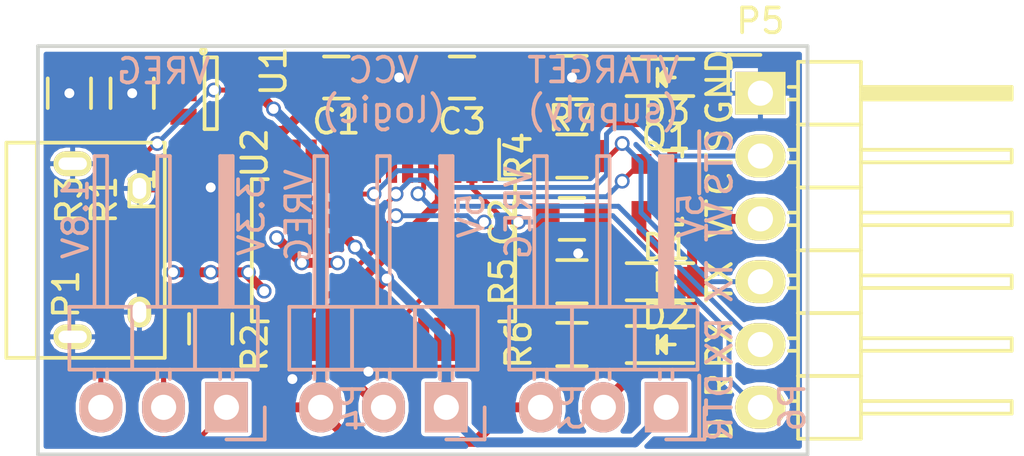
<source format=kicad_pcb>
(kicad_pcb (version 4) (host pcbnew 4.0.0-stable)

  (general
    (links 51)
    (no_connects 1)
    (area 158.674999 88.824999 190.575001 106.755001)
    (thickness 1.6)
    (drawings 24)
    (tracks 257)
    (zones 0)
    (modules 22)
    (nets 25)
  )

  (page A4)
  (layers
    (0 F.Cu signal)
    (31 B.Cu signal)
    (32 B.Adhes user)
    (33 F.Adhes user)
    (34 B.Paste user)
    (35 F.Paste user)
    (36 B.SilkS user)
    (37 F.SilkS user)
    (38 B.Mask user hide)
    (39 F.Mask user hide)
    (40 Dwgs.User user)
    (41 Cmts.User user)
    (42 Eco1.User user)
    (43 Eco2.User user)
    (44 Edge.Cuts user)
    (45 Margin user)
    (46 B.CrtYd user)
    (47 F.CrtYd user)
    (48 B.Fab user hide)
    (49 F.Fab user hide)
  )

  (setup
    (last_trace_width 0.2)
    (trace_clearance 0.1524)
    (zone_clearance 0.1524)
    (zone_45_only no)
    (trace_min 0.2)
    (segment_width 0.2)
    (edge_width 0.15)
    (via_size 0.6)
    (via_drill 0.4)
    (via_min_size 0.4)
    (via_min_drill 0.3)
    (uvia_size 0.3)
    (uvia_drill 0.1)
    (uvias_allowed no)
    (uvia_min_size 0.2)
    (uvia_min_drill 0.1)
    (pcb_text_width 0.15)
    (pcb_text_size 1 1)
    (mod_edge_width 0.15)
    (mod_text_size 1 1)
    (mod_text_width 0.15)
    (pad_size 1.524 1.524)
    (pad_drill 0.762)
    (pad_to_mask_clearance 0.2)
    (aux_axis_origin 158.75 106.045)
    (visible_elements FFFFFF7F)
    (pcbplotparams
      (layerselection 0x00030_80000001)
      (usegerberextensions false)
      (excludeedgelayer true)
      (linewidth 0.100000)
      (plotframeref false)
      (viasonmask false)
      (mode 1)
      (useauxorigin false)
      (hpglpennumber 1)
      (hpglpenspeed 20)
      (hpglpendiameter 15)
      (hpglpenoverlay 2)
      (psnegative false)
      (psa4output false)
      (plotreference true)
      (plotvalue true)
      (plotinvisibletext false)
      (padsonsilk false)
      (subtractmaskfromsilk false)
      (outputformat 1)
      (mirror false)
      (drillshape 1)
      (scaleselection 1)
      (outputdirectory ""))
  )

  (net 0 "")
  (net 1 +5V)
  (net 2 GND)
  (net 3 VCC)
  (net 4 "Net-(D1-Pad1)")
  (net 5 "Net-(D2-Pad1)")
  (net 6 /USB_VBUS)
  (net 7 /USB_D-)
  (net 8 /USB_D+)
  (net 9 /VREG)
  (net 10 /FB_3V3)
  (net 11 /FB_SEL)
  (net 12 /FB_1V8)
  (net 13 /VTARGET)
  (net 14 /TXD)
  (net 15 "Net-(C2-Pad1)")
  (net 16 /~CTS)
  (net 17 /RXD)
  (net 18 /~DTR)
  (net 19 /~POWER)
  (net 20 /TXD_R)
  (net 21 /~TXLED)
  (net 22 /~RXLED)
  (net 23 /VTARGET_Q)
  (net 24 "Net-(D3-Pad1)")

  (net_class Default "This is the default net class."
    (clearance 0.1524)
    (trace_width 0.2)
    (via_dia 0.6)
    (via_drill 0.4)
    (uvia_dia 0.3)
    (uvia_drill 0.1)
    (add_net /FB_1V8)
    (add_net /FB_3V3)
    (add_net /FB_SEL)
    (add_net /RXD)
    (add_net /TXD)
    (add_net /TXD_R)
    (add_net /~CTS)
    (add_net /~DTR)
    (add_net /~POWER)
    (add_net /~RXLED)
    (add_net /~TXLED)
    (add_net "Net-(C2-Pad1)")
    (add_net "Net-(D1-Pad1)")
    (add_net "Net-(D2-Pad1)")
    (add_net "Net-(D3-Pad1)")
  )

  (net_class Power ""
    (clearance 0.1524)
    (trace_width 0.4)
    (via_dia 0.6)
    (via_drill 0.4)
    (uvia_dia 0.3)
    (uvia_drill 0.1)
    (add_net +5V)
    (add_net /USB_VBUS)
    (add_net /VREG)
    (add_net /VTARGET)
    (add_net /VTARGET_Q)
    (add_net GND)
    (add_net VCC)
  )

  (net_class "USB Signal" ""
    (clearance 0.1524)
    (trace_width 0.3048)
    (via_dia 0.6)
    (via_drill 0.4)
    (uvia_dia 0.3)
    (uvia_drill 0.1)
    (add_net /USB_D+)
    (add_net /USB_D-)
  )

  (module Capacitors_SMD:C_0805 (layer F.Cu) (tedit 5415D6EA) (tstamp 56F3FF8B)
    (at 180.34 96.52)
    (descr "Capacitor SMD 0805, reflow soldering, AVX (see smccp.pdf)")
    (tags "capacitor 0805")
    (path /56F1F118)
    (attr smd)
    (fp_text reference C2 (at -2.794 0.127 90) (layer F.SilkS)
      (effects (font (size 1 1) (thickness 0.15)))
    )
    (fp_text value 1uF (at 0 2.1) (layer F.Fab)
      (effects (font (size 1 1) (thickness 0.15)))
    )
    (fp_line (start -1.8 -1) (end 1.8 -1) (layer F.CrtYd) (width 0.05))
    (fp_line (start -1.8 1) (end 1.8 1) (layer F.CrtYd) (width 0.05))
    (fp_line (start -1.8 -1) (end -1.8 1) (layer F.CrtYd) (width 0.05))
    (fp_line (start 1.8 -1) (end 1.8 1) (layer F.CrtYd) (width 0.05))
    (fp_line (start 0.5 -0.85) (end -0.5 -0.85) (layer F.SilkS) (width 0.15))
    (fp_line (start -0.5 0.85) (end 0.5 0.85) (layer F.SilkS) (width 0.15))
    (pad 1 smd rect (at -1 0) (size 1 1.25) (layers F.Cu F.Paste F.Mask)
      (net 15 "Net-(C2-Pad1)"))
    (pad 2 smd rect (at 1 0) (size 1 1.25) (layers F.Cu F.Paste F.Mask)
      (net 2 GND))
    (model Capacitors_SMD.3dshapes/C_0805.wrl
      (at (xyz 0 0 0))
      (scale (xyz 1 1 1))
      (rotate (xyz 0 0 0))
    )
  )

  (module LEDs:LED-0805 (layer F.Cu) (tedit 55BDE1C2) (tstamp 56F3FF9E)
    (at 184.15 99.06)
    (descr "LED 0805 smd package")
    (tags "LED 0805 SMD")
    (path /56F1F4FE)
    (attr smd)
    (fp_text reference D1 (at 0 -1.397) (layer F.SilkS)
      (effects (font (size 1 1) (thickness 0.15)))
    )
    (fp_text value TX (at 0 1.75) (layer F.Fab)
      (effects (font (size 1 1) (thickness 0.15)))
    )
    (fp_line (start -1.6 0.75) (end 1.1 0.75) (layer F.SilkS) (width 0.15))
    (fp_line (start -1.6 -0.75) (end 1.1 -0.75) (layer F.SilkS) (width 0.15))
    (fp_line (start -0.1 0.15) (end -0.1 -0.1) (layer F.SilkS) (width 0.15))
    (fp_line (start -0.1 -0.1) (end -0.25 0.05) (layer F.SilkS) (width 0.15))
    (fp_line (start -0.35 -0.35) (end -0.35 0.35) (layer F.SilkS) (width 0.15))
    (fp_line (start 0 0) (end 0.35 0) (layer F.SilkS) (width 0.15))
    (fp_line (start -0.35 0) (end 0 -0.35) (layer F.SilkS) (width 0.15))
    (fp_line (start 0 -0.35) (end 0 0.35) (layer F.SilkS) (width 0.15))
    (fp_line (start 0 0.35) (end -0.35 0) (layer F.SilkS) (width 0.15))
    (fp_line (start 1.9 -0.95) (end 1.9 0.95) (layer F.CrtYd) (width 0.05))
    (fp_line (start 1.9 0.95) (end -1.9 0.95) (layer F.CrtYd) (width 0.05))
    (fp_line (start -1.9 0.95) (end -1.9 -0.95) (layer F.CrtYd) (width 0.05))
    (fp_line (start -1.9 -0.95) (end 1.9 -0.95) (layer F.CrtYd) (width 0.05))
    (pad 2 smd rect (at 1.04902 0 180) (size 1.19888 1.19888) (layers F.Cu F.Paste F.Mask)
      (net 3 VCC))
    (pad 1 smd rect (at -1.04902 0 180) (size 1.19888 1.19888) (layers F.Cu F.Paste F.Mask)
      (net 4 "Net-(D1-Pad1)"))
    (model LEDs.3dshapes/LED-0805.wrl
      (at (xyz 0 0 0))
      (scale (xyz 1 1 1))
      (rotate (xyz 0 0 0))
    )
  )

  (module LEDs:LED-0805 (layer F.Cu) (tedit 55BDE1C2) (tstamp 56F3FFB1)
    (at 184.15 101.6)
    (descr "LED 0805 smd package")
    (tags "LED 0805 SMD")
    (path /56F1F555)
    (attr smd)
    (fp_text reference D2 (at 0 -1.143) (layer F.SilkS)
      (effects (font (size 1 1) (thickness 0.15)))
    )
    (fp_text value RX (at 0 1.75) (layer F.Fab)
      (effects (font (size 1 1) (thickness 0.15)))
    )
    (fp_line (start -1.6 0.75) (end 1.1 0.75) (layer F.SilkS) (width 0.15))
    (fp_line (start -1.6 -0.75) (end 1.1 -0.75) (layer F.SilkS) (width 0.15))
    (fp_line (start -0.1 0.15) (end -0.1 -0.1) (layer F.SilkS) (width 0.15))
    (fp_line (start -0.1 -0.1) (end -0.25 0.05) (layer F.SilkS) (width 0.15))
    (fp_line (start -0.35 -0.35) (end -0.35 0.35) (layer F.SilkS) (width 0.15))
    (fp_line (start 0 0) (end 0.35 0) (layer F.SilkS) (width 0.15))
    (fp_line (start -0.35 0) (end 0 -0.35) (layer F.SilkS) (width 0.15))
    (fp_line (start 0 -0.35) (end 0 0.35) (layer F.SilkS) (width 0.15))
    (fp_line (start 0 0.35) (end -0.35 0) (layer F.SilkS) (width 0.15))
    (fp_line (start 1.9 -0.95) (end 1.9 0.95) (layer F.CrtYd) (width 0.05))
    (fp_line (start 1.9 0.95) (end -1.9 0.95) (layer F.CrtYd) (width 0.05))
    (fp_line (start -1.9 0.95) (end -1.9 -0.95) (layer F.CrtYd) (width 0.05))
    (fp_line (start -1.9 -0.95) (end 1.9 -0.95) (layer F.CrtYd) (width 0.05))
    (pad 2 smd rect (at 1.04902 0 180) (size 1.19888 1.19888) (layers F.Cu F.Paste F.Mask)
      (net 3 VCC))
    (pad 1 smd rect (at -1.04902 0 180) (size 1.19888 1.19888) (layers F.Cu F.Paste F.Mask)
      (net 5 "Net-(D2-Pad1)"))
    (model LEDs.3dshapes/LED-0805.wrl
      (at (xyz 0 0 0))
      (scale (xyz 1 1 1))
      (rotate (xyz 0 0 0))
    )
  )

  (module Fuse_Holders_and_Fuses:Fuse_SMD1206_Reflow (layer F.Cu) (tedit 0) (tstamp 56F3FFB7)
    (at 165.735 95.25 90)
    (descr "Fuse, Sicherung, SMD1206, Littlefuse-Wickmann, Reflow,")
    (tags "Fuse, Sicherung, SMD1206,  Littlefuse-Wickmann, Reflow,")
    (path /56F26DD1)
    (attr smd)
    (fp_text reference F1 (at -0.09906 -2.75082 90) (layer F.SilkS)
      (effects (font (size 1 1) (thickness 0.15)))
    )
    (fp_text value "500mA, 1206" (at -0.44958 3.2004 90) (layer F.Fab)
      (effects (font (size 1 1) (thickness 0.15)))
    )
    (pad 1 smd rect (at -1.20396 0 180) (size 2.02946 1.14046) (layers F.Cu F.Paste F.Mask)
      (net 6 /USB_VBUS))
    (pad 2 smd rect (at 1.20396 0 180) (size 2.02946 1.14046) (layers F.Cu F.Paste F.Mask)
      (net 1 +5V))
  )

  (module Connect:USB_Micro-B (layer F.Cu) (tedit 5543E447) (tstamp 56F3FFCD)
    (at 161.29 97.79 270)
    (descr "Micro USB Type B Receptacle")
    (tags "USB USB_B USB_micro USB_OTG")
    (path /56F1CD5D)
    (attr smd)
    (fp_text reference P1 (at 1.778 1.397 270) (layer F.SilkS)
      (effects (font (size 1 1) (thickness 0.15)))
    )
    (fp_text value USB_OTG (at 0 4.8 270) (layer F.Fab)
      (effects (font (size 1 1) (thickness 0.15)))
    )
    (fp_line (start -4.6 -2.8) (end 4.6 -2.8) (layer F.CrtYd) (width 0.05))
    (fp_line (start 4.6 -2.8) (end 4.6 4.05) (layer F.CrtYd) (width 0.05))
    (fp_line (start 4.6 4.05) (end -4.6 4.05) (layer F.CrtYd) (width 0.05))
    (fp_line (start -4.6 4.05) (end -4.6 -2.8) (layer F.CrtYd) (width 0.05))
    (fp_line (start -4.3509 3.81746) (end 4.3491 3.81746) (layer F.SilkS) (width 0.15))
    (fp_line (start -4.3509 -2.58754) (end 4.3491 -2.58754) (layer F.SilkS) (width 0.15))
    (fp_line (start 4.3491 -2.58754) (end 4.3491 3.81746) (layer F.SilkS) (width 0.15))
    (fp_line (start 4.3491 2.58746) (end -4.3509 2.58746) (layer F.SilkS) (width 0.15))
    (fp_line (start -4.3509 3.81746) (end -4.3509 -2.58754) (layer F.SilkS) (width 0.15))
    (pad 1 smd rect (at -1.3009 -1.56254) (size 1.35 0.4) (layers F.Cu F.Paste F.Mask)
      (net 6 /USB_VBUS))
    (pad 2 smd rect (at -0.6509 -1.56254) (size 1.35 0.4) (layers F.Cu F.Paste F.Mask)
      (net 7 /USB_D-))
    (pad 3 smd rect (at -0.0009 -1.56254) (size 1.35 0.4) (layers F.Cu F.Paste F.Mask)
      (net 8 /USB_D+))
    (pad 4 smd rect (at 0.6491 -1.56254) (size 1.35 0.4) (layers F.Cu F.Paste F.Mask))
    (pad 5 smd rect (at 1.2991 -1.56254) (size 1.35 0.4) (layers F.Cu F.Paste F.Mask)
      (net 2 GND))
    (pad 6 thru_hole oval (at -2.5009 -1.56254) (size 0.95 1.25) (drill oval 0.55 0.85) (layers *.Cu *.Mask F.SilkS)
      (net 2 GND))
    (pad 6 thru_hole oval (at 2.4991 -1.56254) (size 0.95 1.25) (drill oval 0.55 0.85) (layers *.Cu *.Mask F.SilkS)
      (net 2 GND))
    (pad 6 thru_hole oval (at -3.5009 1.13746) (size 1.55 1) (drill oval 1.15 0.5) (layers *.Cu *.Mask F.SilkS)
      (net 2 GND))
    (pad 6 thru_hole oval (at 3.4991 1.13746) (size 1.55 1) (drill oval 1.15 0.5) (layers *.Cu *.Mask F.SilkS)
      (net 2 GND))
  )

  (module Pin_Headers:Pin_Header_Angled_1x03 (layer B.Cu) (tedit 0) (tstamp 56F40012)
    (at 175.26 104.14 90)
    (descr "Through hole pin header")
    (tags "pin header")
    (path /56F1D800)
    (fp_text reference P3 (at 0 5.1 90) (layer B.SilkS)
      (effects (font (size 1 1) (thickness 0.15)) (justify mirror))
    )
    (fp_text value CONN_01X03 (at 0 3.1 90) (layer B.Fab)
      (effects (font (size 1 1) (thickness 0.15)) (justify mirror))
    )
    (fp_line (start -1.5 1.75) (end -1.5 -6.85) (layer B.CrtYd) (width 0.05))
    (fp_line (start 10.65 1.75) (end 10.65 -6.85) (layer B.CrtYd) (width 0.05))
    (fp_line (start -1.5 1.75) (end 10.65 1.75) (layer B.CrtYd) (width 0.05))
    (fp_line (start -1.5 -6.85) (end 10.65 -6.85) (layer B.CrtYd) (width 0.05))
    (fp_line (start -1.3 1.55) (end -1.3 0) (layer B.SilkS) (width 0.15))
    (fp_line (start 0 1.55) (end -1.3 1.55) (layer B.SilkS) (width 0.15))
    (fp_line (start 4.191 0.127) (end 10.033 0.127) (layer B.SilkS) (width 0.15))
    (fp_line (start 10.033 0.127) (end 10.033 -0.127) (layer B.SilkS) (width 0.15))
    (fp_line (start 10.033 -0.127) (end 4.191 -0.127) (layer B.SilkS) (width 0.15))
    (fp_line (start 4.191 -0.127) (end 4.191 0) (layer B.SilkS) (width 0.15))
    (fp_line (start 4.191 0) (end 10.033 0) (layer B.SilkS) (width 0.15))
    (fp_line (start 1.524 0.254) (end 1.143 0.254) (layer B.SilkS) (width 0.15))
    (fp_line (start 1.524 -0.254) (end 1.143 -0.254) (layer B.SilkS) (width 0.15))
    (fp_line (start 1.524 -2.286) (end 1.143 -2.286) (layer B.SilkS) (width 0.15))
    (fp_line (start 1.524 -2.794) (end 1.143 -2.794) (layer B.SilkS) (width 0.15))
    (fp_line (start 1.524 -4.826) (end 1.143 -4.826) (layer B.SilkS) (width 0.15))
    (fp_line (start 1.524 -5.334) (end 1.143 -5.334) (layer B.SilkS) (width 0.15))
    (fp_line (start 4.064 -1.27) (end 4.064 1.27) (layer B.SilkS) (width 0.15))
    (fp_line (start 10.16 -0.254) (end 4.064 -0.254) (layer B.SilkS) (width 0.15))
    (fp_line (start 10.16 0.254) (end 10.16 -0.254) (layer B.SilkS) (width 0.15))
    (fp_line (start 4.064 0.254) (end 10.16 0.254) (layer B.SilkS) (width 0.15))
    (fp_line (start 1.524 -1.27) (end 4.064 -1.27) (layer B.SilkS) (width 0.15))
    (fp_line (start 1.524 1.27) (end 1.524 -1.27) (layer B.SilkS) (width 0.15))
    (fp_line (start 1.524 1.27) (end 4.064 1.27) (layer B.SilkS) (width 0.15))
    (fp_line (start 1.524 -3.81) (end 4.064 -3.81) (layer B.SilkS) (width 0.15))
    (fp_line (start 1.524 -3.81) (end 1.524 -6.35) (layer B.SilkS) (width 0.15))
    (fp_line (start 4.064 -4.826) (end 10.16 -4.826) (layer B.SilkS) (width 0.15))
    (fp_line (start 10.16 -4.826) (end 10.16 -5.334) (layer B.SilkS) (width 0.15))
    (fp_line (start 10.16 -5.334) (end 4.064 -5.334) (layer B.SilkS) (width 0.15))
    (fp_line (start 4.064 -6.35) (end 4.064 -3.81) (layer B.SilkS) (width 0.15))
    (fp_line (start 4.064 -3.81) (end 4.064 -1.27) (layer B.SilkS) (width 0.15))
    (fp_line (start 10.16 -2.794) (end 4.064 -2.794) (layer B.SilkS) (width 0.15))
    (fp_line (start 10.16 -2.286) (end 10.16 -2.794) (layer B.SilkS) (width 0.15))
    (fp_line (start 4.064 -2.286) (end 10.16 -2.286) (layer B.SilkS) (width 0.15))
    (fp_line (start 1.524 -3.81) (end 4.064 -3.81) (layer B.SilkS) (width 0.15))
    (fp_line (start 1.524 -1.27) (end 1.524 -3.81) (layer B.SilkS) (width 0.15))
    (fp_line (start 1.524 -1.27) (end 4.064 -1.27) (layer B.SilkS) (width 0.15))
    (fp_line (start 1.524 -6.35) (end 4.064 -6.35) (layer B.SilkS) (width 0.15))
    (pad 1 thru_hole rect (at 0 0 90) (size 2.032 1.7272) (drill 1.016) (layers *.Cu *.Mask B.SilkS)
      (net 1 +5V))
    (pad 2 thru_hole oval (at 0 -2.54 90) (size 2.032 1.7272) (drill 1.016) (layers *.Cu *.Mask B.SilkS)
      (net 3 VCC))
    (pad 3 thru_hole oval (at 0 -5.08 90) (size 2.032 1.7272) (drill 1.016) (layers *.Cu *.Mask B.SilkS)
      (net 9 /VREG))
    (model Pin_Headers.3dshapes/Pin_Header_Angled_1x03.wrl
      (at (xyz 0 -0.1 0))
      (scale (xyz 1 1 1))
      (rotate (xyz 0 0 90))
    )
  )

  (module Pin_Headers:Pin_Header_Angled_1x03 (layer B.Cu) (tedit 0) (tstamp 56F4003F)
    (at 166.37 104.14 90)
    (descr "Through hole pin header")
    (tags "pin header")
    (path /56F1D7BF)
    (fp_text reference P4 (at 0 5.1 90) (layer B.SilkS)
      (effects (font (size 1 1) (thickness 0.15)) (justify mirror))
    )
    (fp_text value CONN_01X03 (at 0 3.1 90) (layer B.Fab)
      (effects (font (size 1 1) (thickness 0.15)) (justify mirror))
    )
    (fp_line (start -1.5 1.75) (end -1.5 -6.85) (layer B.CrtYd) (width 0.05))
    (fp_line (start 10.65 1.75) (end 10.65 -6.85) (layer B.CrtYd) (width 0.05))
    (fp_line (start -1.5 1.75) (end 10.65 1.75) (layer B.CrtYd) (width 0.05))
    (fp_line (start -1.5 -6.85) (end 10.65 -6.85) (layer B.CrtYd) (width 0.05))
    (fp_line (start -1.3 1.55) (end -1.3 0) (layer B.SilkS) (width 0.15))
    (fp_line (start 0 1.55) (end -1.3 1.55) (layer B.SilkS) (width 0.15))
    (fp_line (start 4.191 0.127) (end 10.033 0.127) (layer B.SilkS) (width 0.15))
    (fp_line (start 10.033 0.127) (end 10.033 -0.127) (layer B.SilkS) (width 0.15))
    (fp_line (start 10.033 -0.127) (end 4.191 -0.127) (layer B.SilkS) (width 0.15))
    (fp_line (start 4.191 -0.127) (end 4.191 0) (layer B.SilkS) (width 0.15))
    (fp_line (start 4.191 0) (end 10.033 0) (layer B.SilkS) (width 0.15))
    (fp_line (start 1.524 0.254) (end 1.143 0.254) (layer B.SilkS) (width 0.15))
    (fp_line (start 1.524 -0.254) (end 1.143 -0.254) (layer B.SilkS) (width 0.15))
    (fp_line (start 1.524 -2.286) (end 1.143 -2.286) (layer B.SilkS) (width 0.15))
    (fp_line (start 1.524 -2.794) (end 1.143 -2.794) (layer B.SilkS) (width 0.15))
    (fp_line (start 1.524 -4.826) (end 1.143 -4.826) (layer B.SilkS) (width 0.15))
    (fp_line (start 1.524 -5.334) (end 1.143 -5.334) (layer B.SilkS) (width 0.15))
    (fp_line (start 4.064 -1.27) (end 4.064 1.27) (layer B.SilkS) (width 0.15))
    (fp_line (start 10.16 -0.254) (end 4.064 -0.254) (layer B.SilkS) (width 0.15))
    (fp_line (start 10.16 0.254) (end 10.16 -0.254) (layer B.SilkS) (width 0.15))
    (fp_line (start 4.064 0.254) (end 10.16 0.254) (layer B.SilkS) (width 0.15))
    (fp_line (start 1.524 -1.27) (end 4.064 -1.27) (layer B.SilkS) (width 0.15))
    (fp_line (start 1.524 1.27) (end 1.524 -1.27) (layer B.SilkS) (width 0.15))
    (fp_line (start 1.524 1.27) (end 4.064 1.27) (layer B.SilkS) (width 0.15))
    (fp_line (start 1.524 -3.81) (end 4.064 -3.81) (layer B.SilkS) (width 0.15))
    (fp_line (start 1.524 -3.81) (end 1.524 -6.35) (layer B.SilkS) (width 0.15))
    (fp_line (start 4.064 -4.826) (end 10.16 -4.826) (layer B.SilkS) (width 0.15))
    (fp_line (start 10.16 -4.826) (end 10.16 -5.334) (layer B.SilkS) (width 0.15))
    (fp_line (start 10.16 -5.334) (end 4.064 -5.334) (layer B.SilkS) (width 0.15))
    (fp_line (start 4.064 -6.35) (end 4.064 -3.81) (layer B.SilkS) (width 0.15))
    (fp_line (start 4.064 -3.81) (end 4.064 -1.27) (layer B.SilkS) (width 0.15))
    (fp_line (start 10.16 -2.794) (end 4.064 -2.794) (layer B.SilkS) (width 0.15))
    (fp_line (start 10.16 -2.286) (end 10.16 -2.794) (layer B.SilkS) (width 0.15))
    (fp_line (start 4.064 -2.286) (end 10.16 -2.286) (layer B.SilkS) (width 0.15))
    (fp_line (start 1.524 -3.81) (end 4.064 -3.81) (layer B.SilkS) (width 0.15))
    (fp_line (start 1.524 -1.27) (end 1.524 -3.81) (layer B.SilkS) (width 0.15))
    (fp_line (start 1.524 -1.27) (end 4.064 -1.27) (layer B.SilkS) (width 0.15))
    (fp_line (start 1.524 -6.35) (end 4.064 -6.35) (layer B.SilkS) (width 0.15))
    (pad 1 thru_hole rect (at 0 0 90) (size 2.032 1.7272) (drill 1.016) (layers *.Cu *.Mask B.SilkS)
      (net 10 /FB_3V3))
    (pad 2 thru_hole oval (at 0 -2.54 90) (size 2.032 1.7272) (drill 1.016) (layers *.Cu *.Mask B.SilkS)
      (net 11 /FB_SEL))
    (pad 3 thru_hole oval (at 0 -5.08 90) (size 2.032 1.7272) (drill 1.016) (layers *.Cu *.Mask B.SilkS)
      (net 12 /FB_1V8))
    (model Pin_Headers.3dshapes/Pin_Header_Angled_1x03.wrl
      (at (xyz 0 -0.1 0))
      (scale (xyz 1 1 1))
      (rotate (xyz 0 0 90))
    )
  )

  (module Pin_Headers:Pin_Header_Angled_1x06 (layer F.Cu) (tedit 0) (tstamp 56F4008A)
    (at 187.96 91.44)
    (descr "Through hole pin header")
    (tags "pin header")
    (path /56F1CFE9)
    (fp_text reference P5 (at 0 -2.921) (layer F.SilkS)
      (effects (font (size 1 1) (thickness 0.15)))
    )
    (fp_text value CONN_01X06 (at 0 -3.1) (layer F.Fab)
      (effects (font (size 1 1) (thickness 0.15)))
    )
    (fp_line (start -1.5 -1.75) (end -1.5 14.45) (layer F.CrtYd) (width 0.05))
    (fp_line (start 10.65 -1.75) (end 10.65 14.45) (layer F.CrtYd) (width 0.05))
    (fp_line (start -1.5 -1.75) (end 10.65 -1.75) (layer F.CrtYd) (width 0.05))
    (fp_line (start -1.5 14.45) (end 10.65 14.45) (layer F.CrtYd) (width 0.05))
    (fp_line (start -1.3 -1.55) (end -1.3 0) (layer F.SilkS) (width 0.15))
    (fp_line (start 0 -1.55) (end -1.3 -1.55) (layer F.SilkS) (width 0.15))
    (fp_line (start 4.191 -0.127) (end 10.033 -0.127) (layer F.SilkS) (width 0.15))
    (fp_line (start 10.033 -0.127) (end 10.033 0.127) (layer F.SilkS) (width 0.15))
    (fp_line (start 10.033 0.127) (end 4.191 0.127) (layer F.SilkS) (width 0.15))
    (fp_line (start 4.191 0.127) (end 4.191 0) (layer F.SilkS) (width 0.15))
    (fp_line (start 4.191 0) (end 10.033 0) (layer F.SilkS) (width 0.15))
    (fp_line (start 1.524 -0.254) (end 1.143 -0.254) (layer F.SilkS) (width 0.15))
    (fp_line (start 1.524 0.254) (end 1.143 0.254) (layer F.SilkS) (width 0.15))
    (fp_line (start 1.524 2.286) (end 1.143 2.286) (layer F.SilkS) (width 0.15))
    (fp_line (start 1.524 2.794) (end 1.143 2.794) (layer F.SilkS) (width 0.15))
    (fp_line (start 1.524 4.826) (end 1.143 4.826) (layer F.SilkS) (width 0.15))
    (fp_line (start 1.524 5.334) (end 1.143 5.334) (layer F.SilkS) (width 0.15))
    (fp_line (start 1.524 12.954) (end 1.143 12.954) (layer F.SilkS) (width 0.15))
    (fp_line (start 1.524 12.446) (end 1.143 12.446) (layer F.SilkS) (width 0.15))
    (fp_line (start 1.524 10.414) (end 1.143 10.414) (layer F.SilkS) (width 0.15))
    (fp_line (start 1.524 9.906) (end 1.143 9.906) (layer F.SilkS) (width 0.15))
    (fp_line (start 1.524 7.874) (end 1.143 7.874) (layer F.SilkS) (width 0.15))
    (fp_line (start 1.524 7.366) (end 1.143 7.366) (layer F.SilkS) (width 0.15))
    (fp_line (start 1.524 -1.27) (end 4.064 -1.27) (layer F.SilkS) (width 0.15))
    (fp_line (start 1.524 1.27) (end 4.064 1.27) (layer F.SilkS) (width 0.15))
    (fp_line (start 1.524 1.27) (end 1.524 3.81) (layer F.SilkS) (width 0.15))
    (fp_line (start 1.524 3.81) (end 4.064 3.81) (layer F.SilkS) (width 0.15))
    (fp_line (start 4.064 2.286) (end 10.16 2.286) (layer F.SilkS) (width 0.15))
    (fp_line (start 10.16 2.286) (end 10.16 2.794) (layer F.SilkS) (width 0.15))
    (fp_line (start 10.16 2.794) (end 4.064 2.794) (layer F.SilkS) (width 0.15))
    (fp_line (start 4.064 3.81) (end 4.064 1.27) (layer F.SilkS) (width 0.15))
    (fp_line (start 4.064 1.27) (end 4.064 -1.27) (layer F.SilkS) (width 0.15))
    (fp_line (start 10.16 0.254) (end 4.064 0.254) (layer F.SilkS) (width 0.15))
    (fp_line (start 10.16 -0.254) (end 10.16 0.254) (layer F.SilkS) (width 0.15))
    (fp_line (start 4.064 -0.254) (end 10.16 -0.254) (layer F.SilkS) (width 0.15))
    (fp_line (start 1.524 1.27) (end 4.064 1.27) (layer F.SilkS) (width 0.15))
    (fp_line (start 1.524 -1.27) (end 1.524 1.27) (layer F.SilkS) (width 0.15))
    (fp_line (start 1.524 8.89) (end 4.064 8.89) (layer F.SilkS) (width 0.15))
    (fp_line (start 1.524 8.89) (end 1.524 11.43) (layer F.SilkS) (width 0.15))
    (fp_line (start 1.524 11.43) (end 4.064 11.43) (layer F.SilkS) (width 0.15))
    (fp_line (start 4.064 9.906) (end 10.16 9.906) (layer F.SilkS) (width 0.15))
    (fp_line (start 10.16 9.906) (end 10.16 10.414) (layer F.SilkS) (width 0.15))
    (fp_line (start 10.16 10.414) (end 4.064 10.414) (layer F.SilkS) (width 0.15))
    (fp_line (start 4.064 11.43) (end 4.064 8.89) (layer F.SilkS) (width 0.15))
    (fp_line (start 4.064 13.97) (end 4.064 11.43) (layer F.SilkS) (width 0.15))
    (fp_line (start 10.16 12.954) (end 4.064 12.954) (layer F.SilkS) (width 0.15))
    (fp_line (start 10.16 12.446) (end 10.16 12.954) (layer F.SilkS) (width 0.15))
    (fp_line (start 4.064 12.446) (end 10.16 12.446) (layer F.SilkS) (width 0.15))
    (fp_line (start 1.524 13.97) (end 4.064 13.97) (layer F.SilkS) (width 0.15))
    (fp_line (start 1.524 11.43) (end 1.524 13.97) (layer F.SilkS) (width 0.15))
    (fp_line (start 1.524 11.43) (end 4.064 11.43) (layer F.SilkS) (width 0.15))
    (fp_line (start 1.524 6.35) (end 4.064 6.35) (layer F.SilkS) (width 0.15))
    (fp_line (start 1.524 6.35) (end 1.524 8.89) (layer F.SilkS) (width 0.15))
    (fp_line (start 1.524 8.89) (end 4.064 8.89) (layer F.SilkS) (width 0.15))
    (fp_line (start 4.064 7.366) (end 10.16 7.366) (layer F.SilkS) (width 0.15))
    (fp_line (start 10.16 7.366) (end 10.16 7.874) (layer F.SilkS) (width 0.15))
    (fp_line (start 10.16 7.874) (end 4.064 7.874) (layer F.SilkS) (width 0.15))
    (fp_line (start 4.064 8.89) (end 4.064 6.35) (layer F.SilkS) (width 0.15))
    (fp_line (start 4.064 6.35) (end 4.064 3.81) (layer F.SilkS) (width 0.15))
    (fp_line (start 10.16 5.334) (end 4.064 5.334) (layer F.SilkS) (width 0.15))
    (fp_line (start 10.16 4.826) (end 10.16 5.334) (layer F.SilkS) (width 0.15))
    (fp_line (start 4.064 4.826) (end 10.16 4.826) (layer F.SilkS) (width 0.15))
    (fp_line (start 1.524 6.35) (end 4.064 6.35) (layer F.SilkS) (width 0.15))
    (fp_line (start 1.524 3.81) (end 1.524 6.35) (layer F.SilkS) (width 0.15))
    (fp_line (start 1.524 3.81) (end 4.064 3.81) (layer F.SilkS) (width 0.15))
    (pad 1 thru_hole rect (at 0 0) (size 2.032 1.7272) (drill 1.016) (layers *.Cu *.Mask F.SilkS)
      (net 2 GND))
    (pad 2 thru_hole oval (at 0 2.54) (size 2.032 1.7272) (drill 1.016) (layers *.Cu *.Mask F.SilkS)
      (net 16 /~CTS))
    (pad 3 thru_hole oval (at 0 5.08) (size 2.032 1.7272) (drill 1.016) (layers *.Cu *.Mask F.SilkS)
      (net 13 /VTARGET))
    (pad 4 thru_hole oval (at 0 7.62) (size 2.032 1.7272) (drill 1.016) (layers *.Cu *.Mask F.SilkS)
      (net 14 /TXD))
    (pad 5 thru_hole oval (at 0 10.16) (size 2.032 1.7272) (drill 1.016) (layers *.Cu *.Mask F.SilkS)
      (net 17 /RXD))
    (pad 6 thru_hole oval (at 0 12.7) (size 2.032 1.7272) (drill 1.016) (layers *.Cu *.Mask F.SilkS)
      (net 18 /~DTR))
    (model Pin_Headers.3dshapes/Pin_Header_Angled_1x06.wrl
      (at (xyz 0 -0.25 0))
      (scale (xyz 1 1 1))
      (rotate (xyz 0 0 90))
    )
  )

  (module Pin_Headers:Pin_Header_Angled_1x03 (layer B.Cu) (tedit 0) (tstamp 56F400B7)
    (at 184.15 104.14 90)
    (descr "Through hole pin header")
    (tags "pin header")
    (path /56F1D82D)
    (fp_text reference P6 (at 0 5.1 90) (layer B.SilkS)
      (effects (font (size 1 1) (thickness 0.15)) (justify mirror))
    )
    (fp_text value CONN_01X03 (at 0 3.1 90) (layer B.Fab)
      (effects (font (size 1 1) (thickness 0.15)) (justify mirror))
    )
    (fp_line (start -1.5 1.75) (end -1.5 -6.85) (layer B.CrtYd) (width 0.05))
    (fp_line (start 10.65 1.75) (end 10.65 -6.85) (layer B.CrtYd) (width 0.05))
    (fp_line (start -1.5 1.75) (end 10.65 1.75) (layer B.CrtYd) (width 0.05))
    (fp_line (start -1.5 -6.85) (end 10.65 -6.85) (layer B.CrtYd) (width 0.05))
    (fp_line (start -1.3 1.55) (end -1.3 0) (layer B.SilkS) (width 0.15))
    (fp_line (start 0 1.55) (end -1.3 1.55) (layer B.SilkS) (width 0.15))
    (fp_line (start 4.191 0.127) (end 10.033 0.127) (layer B.SilkS) (width 0.15))
    (fp_line (start 10.033 0.127) (end 10.033 -0.127) (layer B.SilkS) (width 0.15))
    (fp_line (start 10.033 -0.127) (end 4.191 -0.127) (layer B.SilkS) (width 0.15))
    (fp_line (start 4.191 -0.127) (end 4.191 0) (layer B.SilkS) (width 0.15))
    (fp_line (start 4.191 0) (end 10.033 0) (layer B.SilkS) (width 0.15))
    (fp_line (start 1.524 0.254) (end 1.143 0.254) (layer B.SilkS) (width 0.15))
    (fp_line (start 1.524 -0.254) (end 1.143 -0.254) (layer B.SilkS) (width 0.15))
    (fp_line (start 1.524 -2.286) (end 1.143 -2.286) (layer B.SilkS) (width 0.15))
    (fp_line (start 1.524 -2.794) (end 1.143 -2.794) (layer B.SilkS) (width 0.15))
    (fp_line (start 1.524 -4.826) (end 1.143 -4.826) (layer B.SilkS) (width 0.15))
    (fp_line (start 1.524 -5.334) (end 1.143 -5.334) (layer B.SilkS) (width 0.15))
    (fp_line (start 4.064 -1.27) (end 4.064 1.27) (layer B.SilkS) (width 0.15))
    (fp_line (start 10.16 -0.254) (end 4.064 -0.254) (layer B.SilkS) (width 0.15))
    (fp_line (start 10.16 0.254) (end 10.16 -0.254) (layer B.SilkS) (width 0.15))
    (fp_line (start 4.064 0.254) (end 10.16 0.254) (layer B.SilkS) (width 0.15))
    (fp_line (start 1.524 -1.27) (end 4.064 -1.27) (layer B.SilkS) (width 0.15))
    (fp_line (start 1.524 1.27) (end 1.524 -1.27) (layer B.SilkS) (width 0.15))
    (fp_line (start 1.524 1.27) (end 4.064 1.27) (layer B.SilkS) (width 0.15))
    (fp_line (start 1.524 -3.81) (end 4.064 -3.81) (layer B.SilkS) (width 0.15))
    (fp_line (start 1.524 -3.81) (end 1.524 -6.35) (layer B.SilkS) (width 0.15))
    (fp_line (start 4.064 -4.826) (end 10.16 -4.826) (layer B.SilkS) (width 0.15))
    (fp_line (start 10.16 -4.826) (end 10.16 -5.334) (layer B.SilkS) (width 0.15))
    (fp_line (start 10.16 -5.334) (end 4.064 -5.334) (layer B.SilkS) (width 0.15))
    (fp_line (start 4.064 -6.35) (end 4.064 -3.81) (layer B.SilkS) (width 0.15))
    (fp_line (start 4.064 -3.81) (end 4.064 -1.27) (layer B.SilkS) (width 0.15))
    (fp_line (start 10.16 -2.794) (end 4.064 -2.794) (layer B.SilkS) (width 0.15))
    (fp_line (start 10.16 -2.286) (end 10.16 -2.794) (layer B.SilkS) (width 0.15))
    (fp_line (start 4.064 -2.286) (end 10.16 -2.286) (layer B.SilkS) (width 0.15))
    (fp_line (start 1.524 -3.81) (end 4.064 -3.81) (layer B.SilkS) (width 0.15))
    (fp_line (start 1.524 -1.27) (end 1.524 -3.81) (layer B.SilkS) (width 0.15))
    (fp_line (start 1.524 -1.27) (end 4.064 -1.27) (layer B.SilkS) (width 0.15))
    (fp_line (start 1.524 -6.35) (end 4.064 -6.35) (layer B.SilkS) (width 0.15))
    (pad 1 thru_hole rect (at 0 0 90) (size 2.032 1.7272) (drill 1.016) (layers *.Cu *.Mask B.SilkS)
      (net 1 +5V))
    (pad 2 thru_hole oval (at 0 -2.54 90) (size 2.032 1.7272) (drill 1.016) (layers *.Cu *.Mask B.SilkS)
      (net 23 /VTARGET_Q))
    (pad 3 thru_hole oval (at 0 -5.08 90) (size 2.032 1.7272) (drill 1.016) (layers *.Cu *.Mask B.SilkS)
      (net 9 /VREG))
    (model Pin_Headers.3dshapes/Pin_Header_Angled_1x03.wrl
      (at (xyz 0 -0.1 0))
      (scale (xyz 1 1 1))
      (rotate (xyz 0 0 90))
    )
  )

  (module TO_SOT_Packages_SMD:SOT-23 (layer F.Cu) (tedit 553634F8) (tstamp 56F400C7)
    (at 184.15 95.25 270)
    (descr "SOT-23, Standard")
    (tags SOT-23)
    (path /56F1CFAF)
    (attr smd)
    (fp_text reference Q1 (at -2.032 0 360) (layer F.SilkS)
      (effects (font (size 1 1) (thickness 0.15)))
    )
    (fp_text value Q_PMOS_GSD (at 0 2.3 270) (layer F.Fab)
      (effects (font (size 1 1) (thickness 0.15)))
    )
    (fp_line (start -1.65 -1.6) (end 1.65 -1.6) (layer F.CrtYd) (width 0.05))
    (fp_line (start 1.65 -1.6) (end 1.65 1.6) (layer F.CrtYd) (width 0.05))
    (fp_line (start 1.65 1.6) (end -1.65 1.6) (layer F.CrtYd) (width 0.05))
    (fp_line (start -1.65 1.6) (end -1.65 -1.6) (layer F.CrtYd) (width 0.05))
    (fp_line (start 1.29916 -0.65024) (end 1.2509 -0.65024) (layer F.SilkS) (width 0.15))
    (fp_line (start -1.49982 0.0508) (end -1.49982 -0.65024) (layer F.SilkS) (width 0.15))
    (fp_line (start -1.49982 -0.65024) (end -1.2509 -0.65024) (layer F.SilkS) (width 0.15))
    (fp_line (start 1.29916 -0.65024) (end 1.49982 -0.65024) (layer F.SilkS) (width 0.15))
    (fp_line (start 1.49982 -0.65024) (end 1.49982 0.0508) (layer F.SilkS) (width 0.15))
    (pad 1 smd rect (at -0.95 1.00076 270) (size 0.8001 0.8001) (layers F.Cu F.Paste F.Mask)
      (net 19 /~POWER))
    (pad 2 smd rect (at 0.95 1.00076 270) (size 0.8001 0.8001) (layers F.Cu F.Paste F.Mask)
      (net 23 /VTARGET_Q))
    (pad 3 smd rect (at 0 -0.99822 270) (size 0.8001 0.8001) (layers F.Cu F.Paste F.Mask)
      (net 13 /VTARGET))
    (model TO_SOT_Packages_SMD.3dshapes/SOT-23.wrl
      (at (xyz 0 0 0))
      (scale (xyz 1 1 1))
      (rotate (xyz 0 0 0))
    )
  )

  (module Resistors_SMD:R_0805 (layer F.Cu) (tedit 5415CDEB) (tstamp 56F400D3)
    (at 162.56 91.44 90)
    (descr "Resistor SMD 0805, reflow soldering, Vishay (see dcrcw.pdf)")
    (tags "resistor 0805")
    (path /56F1DB8B)
    (attr smd)
    (fp_text reference R1 (at -4.318 -1.143 90) (layer F.SilkS)
      (effects (font (size 1 1) (thickness 0.15)))
    )
    (fp_text value 75k (at 0 2.1 90) (layer F.Fab)
      (effects (font (size 1 1) (thickness 0.15)))
    )
    (fp_line (start -1.6 -1) (end 1.6 -1) (layer F.CrtYd) (width 0.05))
    (fp_line (start -1.6 1) (end 1.6 1) (layer F.CrtYd) (width 0.05))
    (fp_line (start -1.6 -1) (end -1.6 1) (layer F.CrtYd) (width 0.05))
    (fp_line (start 1.6 -1) (end 1.6 1) (layer F.CrtYd) (width 0.05))
    (fp_line (start 0.6 0.875) (end -0.6 0.875) (layer F.SilkS) (width 0.15))
    (fp_line (start -0.6 -0.875) (end 0.6 -0.875) (layer F.SilkS) (width 0.15))
    (pad 1 smd rect (at -0.95 0 90) (size 0.7 1.3) (layers F.Cu F.Paste F.Mask)
      (net 10 /FB_3V3))
    (pad 2 smd rect (at 0.95 0 90) (size 0.7 1.3) (layers F.Cu F.Paste F.Mask)
      (net 2 GND))
    (model Resistors_SMD.3dshapes/R_0805.wrl
      (at (xyz 0 0 0))
      (scale (xyz 1 1 1))
      (rotate (xyz 0 0 0))
    )
  )

  (module Resistors_SMD:R_0805 (layer F.Cu) (tedit 5415CDEB) (tstamp 56F400DF)
    (at 165.735 100.965 90)
    (descr "Resistor SMD 0805, reflow soldering, Vishay (see dcrcw.pdf)")
    (tags "resistor 0805")
    (path /56F1DA70)
    (attr smd)
    (fp_text reference R2 (at -0.762 1.778 90) (layer F.SilkS)
      (effects (font (size 1 1) (thickness 0.15)))
    )
    (fp_text value 24k (at 0 2.1 90) (layer F.Fab)
      (effects (font (size 1 1) (thickness 0.15)))
    )
    (fp_line (start -1.6 -1) (end 1.6 -1) (layer F.CrtYd) (width 0.05))
    (fp_line (start -1.6 1) (end 1.6 1) (layer F.CrtYd) (width 0.05))
    (fp_line (start -1.6 -1) (end -1.6 1) (layer F.CrtYd) (width 0.05))
    (fp_line (start 1.6 -1) (end 1.6 1) (layer F.CrtYd) (width 0.05))
    (fp_line (start 0.6 0.875) (end -0.6 0.875) (layer F.SilkS) (width 0.15))
    (fp_line (start -0.6 -0.875) (end 0.6 -0.875) (layer F.SilkS) (width 0.15))
    (pad 1 smd rect (at -0.95 0 90) (size 0.7 1.3) (layers F.Cu F.Paste F.Mask)
      (net 9 /VREG))
    (pad 2 smd rect (at 0.95 0 90) (size 0.7 1.3) (layers F.Cu F.Paste F.Mask)
      (net 11 /FB_SEL))
    (model Resistors_SMD.3dshapes/R_0805.wrl
      (at (xyz 0 0 0))
      (scale (xyz 1 1 1))
      (rotate (xyz 0 0 0))
    )
  )

  (module Resistors_SMD:R_0805 (layer F.Cu) (tedit 5415CDEB) (tstamp 56F400EB)
    (at 160.02 91.44 90)
    (descr "Resistor SMD 0805, reflow soldering, Vishay (see dcrcw.pdf)")
    (tags "resistor 0805")
    (path /56F1DBC0)
    (attr smd)
    (fp_text reference R3 (at -4.318 0 90) (layer F.SilkS)
      (effects (font (size 1 1) (thickness 0.15)))
    )
    (fp_text value 30k (at 0 2.1 90) (layer F.Fab)
      (effects (font (size 1 1) (thickness 0.15)))
    )
    (fp_line (start -1.6 -1) (end 1.6 -1) (layer F.CrtYd) (width 0.05))
    (fp_line (start -1.6 1) (end 1.6 1) (layer F.CrtYd) (width 0.05))
    (fp_line (start -1.6 -1) (end -1.6 1) (layer F.CrtYd) (width 0.05))
    (fp_line (start 1.6 -1) (end 1.6 1) (layer F.CrtYd) (width 0.05))
    (fp_line (start 0.6 0.875) (end -0.6 0.875) (layer F.SilkS) (width 0.15))
    (fp_line (start -0.6 -0.875) (end 0.6 -0.875) (layer F.SilkS) (width 0.15))
    (pad 1 smd rect (at -0.95 0 90) (size 0.7 1.3) (layers F.Cu F.Paste F.Mask)
      (net 12 /FB_1V8))
    (pad 2 smd rect (at 0.95 0 90) (size 0.7 1.3) (layers F.Cu F.Paste F.Mask)
      (net 2 GND))
    (model Resistors_SMD.3dshapes/R_0805.wrl
      (at (xyz 0 0 0))
      (scale (xyz 1 1 1))
      (rotate (xyz 0 0 0))
    )
  )

  (module Resistors_SMD:R_0805 (layer F.Cu) (tedit 5415CDEB) (tstamp 56F400F7)
    (at 180.34 93.98)
    (descr "Resistor SMD 0805, reflow soldering, Vishay (see dcrcw.pdf)")
    (tags "resistor 0805")
    (path /56F1FA58)
    (attr smd)
    (fp_text reference R4 (at -2.159 0 90) (layer F.SilkS)
      (effects (font (size 1 1) (thickness 0.15)))
    )
    (fp_text value 10 (at 0 2.1) (layer F.Fab)
      (effects (font (size 1 1) (thickness 0.15)))
    )
    (fp_line (start -1.6 -1) (end 1.6 -1) (layer F.CrtYd) (width 0.05))
    (fp_line (start -1.6 1) (end 1.6 1) (layer F.CrtYd) (width 0.05))
    (fp_line (start -1.6 -1) (end -1.6 1) (layer F.CrtYd) (width 0.05))
    (fp_line (start 1.6 -1) (end 1.6 1) (layer F.CrtYd) (width 0.05))
    (fp_line (start 0.6 0.875) (end -0.6 0.875) (layer F.SilkS) (width 0.15))
    (fp_line (start -0.6 -0.875) (end 0.6 -0.875) (layer F.SilkS) (width 0.15))
    (pad 1 smd rect (at -0.95 0) (size 0.7 1.3) (layers F.Cu F.Paste F.Mask)
      (net 20 /TXD_R))
    (pad 2 smd rect (at 0.95 0) (size 0.7 1.3) (layers F.Cu F.Paste F.Mask)
      (net 14 /TXD))
    (model Resistors_SMD.3dshapes/R_0805.wrl
      (at (xyz 0 0 0))
      (scale (xyz 1 1 1))
      (rotate (xyz 0 0 0))
    )
  )

  (module Resistors_SMD:R_0805 (layer F.Cu) (tedit 5415CDEB) (tstamp 56F40103)
    (at 180.34 99.06)
    (descr "Resistor SMD 0805, reflow soldering, Vishay (see dcrcw.pdf)")
    (tags "resistor 0805")
    (path /56F25A99)
    (attr smd)
    (fp_text reference R5 (at -2.794 0 90) (layer F.SilkS)
      (effects (font (size 1 1) (thickness 0.15)))
    )
    (fp_text value 220 (at 0 2.1) (layer F.Fab)
      (effects (font (size 1 1) (thickness 0.15)))
    )
    (fp_line (start -1.6 -1) (end 1.6 -1) (layer F.CrtYd) (width 0.05))
    (fp_line (start -1.6 1) (end 1.6 1) (layer F.CrtYd) (width 0.05))
    (fp_line (start -1.6 -1) (end -1.6 1) (layer F.CrtYd) (width 0.05))
    (fp_line (start 1.6 -1) (end 1.6 1) (layer F.CrtYd) (width 0.05))
    (fp_line (start 0.6 0.875) (end -0.6 0.875) (layer F.SilkS) (width 0.15))
    (fp_line (start -0.6 -0.875) (end 0.6 -0.875) (layer F.SilkS) (width 0.15))
    (pad 1 smd rect (at -0.95 0) (size 0.7 1.3) (layers F.Cu F.Paste F.Mask)
      (net 21 /~TXLED))
    (pad 2 smd rect (at 0.95 0) (size 0.7 1.3) (layers F.Cu F.Paste F.Mask)
      (net 4 "Net-(D1-Pad1)"))
    (model Resistors_SMD.3dshapes/R_0805.wrl
      (at (xyz 0 0 0))
      (scale (xyz 1 1 1))
      (rotate (xyz 0 0 0))
    )
  )

  (module Resistors_SMD:R_0805 (layer F.Cu) (tedit 5415CDEB) (tstamp 56F4010F)
    (at 180.34 101.6)
    (descr "Resistor SMD 0805, reflow soldering, Vishay (see dcrcw.pdf)")
    (tags "resistor 0805")
    (path /56F25B0A)
    (attr smd)
    (fp_text reference R6 (at -2.159 0 90) (layer F.SilkS)
      (effects (font (size 1 1) (thickness 0.15)))
    )
    (fp_text value 220 (at 0 2.1) (layer F.Fab)
      (effects (font (size 1 1) (thickness 0.15)))
    )
    (fp_line (start -1.6 -1) (end 1.6 -1) (layer F.CrtYd) (width 0.05))
    (fp_line (start -1.6 1) (end 1.6 1) (layer F.CrtYd) (width 0.05))
    (fp_line (start -1.6 -1) (end -1.6 1) (layer F.CrtYd) (width 0.05))
    (fp_line (start 1.6 -1) (end 1.6 1) (layer F.CrtYd) (width 0.05))
    (fp_line (start 0.6 0.875) (end -0.6 0.875) (layer F.SilkS) (width 0.15))
    (fp_line (start -0.6 -0.875) (end 0.6 -0.875) (layer F.SilkS) (width 0.15))
    (pad 1 smd rect (at -0.95 0) (size 0.7 1.3) (layers F.Cu F.Paste F.Mask)
      (net 22 /~RXLED))
    (pad 2 smd rect (at 0.95 0) (size 0.7 1.3) (layers F.Cu F.Paste F.Mask)
      (net 5 "Net-(D2-Pad1)"))
    (model Resistors_SMD.3dshapes/R_0805.wrl
      (at (xyz 0 0 0))
      (scale (xyz 1 1 1))
      (rotate (xyz 0 0 0))
    )
  )

  (module TO_SOT_Packages_SMD:SOT-23-5 (layer F.Cu) (tedit 55360473) (tstamp 56F40121)
    (at 165.735 91.44)
    (descr "5-pin SOT23 package")
    (tags SOT-23-5)
    (path /56F1D0CC)
    (attr smd)
    (fp_text reference U1 (at 2.54 -0.889 90) (layer F.SilkS)
      (effects (font (size 1 1) (thickness 0.15)))
    )
    (fp_text value AP7365_ADJ_SOT-23-5 (at -0.05 2.35) (layer F.Fab)
      (effects (font (size 1 1) (thickness 0.15)))
    )
    (fp_line (start -1.8 -1.6) (end 1.8 -1.6) (layer F.CrtYd) (width 0.05))
    (fp_line (start 1.8 -1.6) (end 1.8 1.6) (layer F.CrtYd) (width 0.05))
    (fp_line (start 1.8 1.6) (end -1.8 1.6) (layer F.CrtYd) (width 0.05))
    (fp_line (start -1.8 1.6) (end -1.8 -1.6) (layer F.CrtYd) (width 0.05))
    (fp_circle (center -0.3 -1.7) (end -0.2 -1.7) (layer F.SilkS) (width 0.15))
    (fp_line (start 0.25 -1.45) (end -0.25 -1.45) (layer F.SilkS) (width 0.15))
    (fp_line (start 0.25 1.45) (end 0.25 -1.45) (layer F.SilkS) (width 0.15))
    (fp_line (start -0.25 1.45) (end 0.25 1.45) (layer F.SilkS) (width 0.15))
    (fp_line (start -0.25 -1.45) (end -0.25 1.45) (layer F.SilkS) (width 0.15))
    (pad 1 smd rect (at -1.1 -0.95) (size 1.06 0.65) (layers F.Cu F.Paste F.Mask)
      (net 1 +5V))
    (pad 2 smd rect (at -1.1 0) (size 1.06 0.65) (layers F.Cu F.Paste F.Mask)
      (net 2 GND))
    (pad 3 smd rect (at -1.1 0.95) (size 1.06 0.65) (layers F.Cu F.Paste F.Mask)
      (net 1 +5V))
    (pad 4 smd rect (at 1.1 0.95) (size 1.06 0.65) (layers F.Cu F.Paste F.Mask)
      (net 11 /FB_SEL))
    (pad 5 smd rect (at 1.1 -0.95) (size 1.06 0.65) (layers F.Cu F.Paste F.Mask)
      (net 9 /VREG))
    (model TO_SOT_Packages_SMD.3dshapes/SOT-23-5.wrl
      (at (xyz 0 0 0))
      (scale (xyz 1 1 1))
      (rotate (xyz 0 0 0))
    )
  )

  (module Housings_SSOP:SSOP-28_5.3x10.2mm_Pitch0.65mm (layer F.Cu) (tedit 54130A77) (tstamp 56F4014C)
    (at 172.72 97.79 270)
    (descr "28-Lead Plastic Shrink Small Outline (SS)-5.30 mm Body [SSOP] (see Microchip Packaging Specification 00000049BS.pdf)")
    (tags "SSOP 0.65")
    (path /56F1CD00)
    (attr smd)
    (fp_text reference U2 (at -3.937 5.207 270) (layer F.SilkS)
      (effects (font (size 1 1) (thickness 0.15)))
    )
    (fp_text value CY7C65213-SSOP (at 0 6.25 270) (layer F.Fab)
      (effects (font (size 1 1) (thickness 0.15)))
    )
    (fp_line (start -4.75 -5.5) (end -4.75 5.5) (layer F.CrtYd) (width 0.05))
    (fp_line (start 4.75 -5.5) (end 4.75 5.5) (layer F.CrtYd) (width 0.05))
    (fp_line (start -4.75 -5.5) (end 4.75 -5.5) (layer F.CrtYd) (width 0.05))
    (fp_line (start -4.75 5.5) (end 4.75 5.5) (layer F.CrtYd) (width 0.05))
    (fp_line (start -2.875 -5.325) (end -2.875 -4.675) (layer F.SilkS) (width 0.15))
    (fp_line (start 2.875 -5.325) (end 2.875 -4.675) (layer F.SilkS) (width 0.15))
    (fp_line (start 2.875 5.325) (end 2.875 4.675) (layer F.SilkS) (width 0.15))
    (fp_line (start -2.875 5.325) (end -2.875 4.675) (layer F.SilkS) (width 0.15))
    (fp_line (start -2.875 -5.325) (end 2.875 -5.325) (layer F.SilkS) (width 0.15))
    (fp_line (start -2.875 5.325) (end 2.875 5.325) (layer F.SilkS) (width 0.15))
    (fp_line (start -2.875 -4.675) (end -4.475 -4.675) (layer F.SilkS) (width 0.15))
    (pad 1 smd rect (at -3.6 -4.225 270) (size 1.75 0.45) (layers F.Cu F.Paste F.Mask)
      (net 20 /TXD_R))
    (pad 2 smd rect (at -3.6 -3.575 270) (size 1.75 0.45) (layers F.Cu F.Paste F.Mask)
      (net 18 /~DTR))
    (pad 3 smd rect (at -3.6 -2.925 270) (size 1.75 0.45) (layers F.Cu F.Paste F.Mask))
    (pad 4 smd rect (at -3.6 -2.275 270) (size 1.75 0.45) (layers F.Cu F.Paste F.Mask)
      (net 3 VCC))
    (pad 5 smd rect (at -3.6 -1.625 270) (size 1.75 0.45) (layers F.Cu F.Paste F.Mask)
      (net 17 /RXD))
    (pad 6 smd rect (at -3.6 -0.975 270) (size 1.75 0.45) (layers F.Cu F.Paste F.Mask))
    (pad 7 smd rect (at -3.6 -0.325 270) (size 1.75 0.45) (layers F.Cu F.Paste F.Mask)
      (net 2 GND))
    (pad 8 smd rect (at -3.6 0.325 270) (size 1.75 0.45) (layers F.Cu F.Paste F.Mask))
    (pad 9 smd rect (at -3.6 0.975 270) (size 1.75 0.45) (layers F.Cu F.Paste F.Mask))
    (pad 10 smd rect (at -3.6 1.625 270) (size 1.75 0.45) (layers F.Cu F.Paste F.Mask))
    (pad 11 smd rect (at -3.6 2.275 270) (size 1.75 0.45) (layers F.Cu F.Paste F.Mask)
      (net 16 /~CTS))
    (pad 12 smd rect (at -3.6 2.925 270) (size 1.75 0.45) (layers F.Cu F.Paste F.Mask))
    (pad 13 smd rect (at -3.6 3.575 270) (size 1.75 0.45) (layers F.Cu F.Paste F.Mask))
    (pad 14 smd rect (at -3.6 4.225 270) (size 1.75 0.45) (layers F.Cu F.Paste F.Mask)
      (net 19 /~POWER))
    (pad 15 smd rect (at 3.6 4.225 270) (size 1.75 0.45) (layers F.Cu F.Paste F.Mask)
      (net 8 /USB_D+))
    (pad 16 smd rect (at 3.6 3.575 270) (size 1.75 0.45) (layers F.Cu F.Paste F.Mask)
      (net 7 /USB_D-))
    (pad 17 smd rect (at 3.6 2.925 270) (size 1.75 0.45) (layers F.Cu F.Paste F.Mask)
      (net 15 "Net-(C2-Pad1)"))
    (pad 18 smd rect (at 3.6 2.275 270) (size 1.75 0.45) (layers F.Cu F.Paste F.Mask)
      (net 2 GND))
    (pad 19 smd rect (at 3.6 1.625 270) (size 1.75 0.45) (layers F.Cu F.Paste F.Mask)
      (net 3 VCC))
    (pad 20 smd rect (at 3.6 0.975 270) (size 1.75 0.45) (layers F.Cu F.Paste F.Mask)
      (net 1 +5V))
    (pad 21 smd rect (at 3.6 0.325 270) (size 1.75 0.45) (layers F.Cu F.Paste F.Mask)
      (net 2 GND))
    (pad 22 smd rect (at 3.6 -0.325 270) (size 1.75 0.45) (layers F.Cu F.Paste F.Mask)
      (net 22 /~RXLED))
    (pad 23 smd rect (at 3.6 -0.975 270) (size 1.75 0.45) (layers F.Cu F.Paste F.Mask)
      (net 21 /~TXLED))
    (pad 24 smd rect (at 3.6 -1.625 270) (size 1.75 0.45) (layers F.Cu F.Paste F.Mask))
    (pad 25 smd rect (at 3.6 -2.275 270) (size 1.75 0.45) (layers F.Cu F.Paste F.Mask))
    (pad 26 smd rect (at 3.6 -2.925 270) (size 1.75 0.45) (layers F.Cu F.Paste F.Mask))
    (pad 27 smd rect (at 3.6 -3.575 270) (size 1.75 0.45) (layers F.Cu F.Paste F.Mask))
    (pad 28 smd rect (at 3.6 -4.225 270) (size 1.75 0.45) (layers F.Cu F.Paste F.Mask))
    (model Housings_SSOP.3dshapes/SSOP-28_5.3x10.2mm_Pitch0.65mm.wrl
      (at (xyz 0 0 0))
      (scale (xyz 1 1 1))
      (rotate (xyz 0 0 0))
    )
  )

  (module Capacitors_SMD:C_0805 (layer F.Cu) (tedit 56FC16C5) (tstamp 56F5B016)
    (at 170.815 90.805)
    (descr "Capacitor SMD 0805, reflow soldering, AVX (see smccp.pdf)")
    (tags "capacitor 0805")
    (path /56F1F3D6)
    (attr smd)
    (fp_text reference C1 (at 0 1.778) (layer F.SilkS)
      (effects (font (size 1 1) (thickness 0.15)))
    )
    (fp_text value 1uF (at 0 2.1) (layer F.Fab)
      (effects (font (size 1 1) (thickness 0.15)))
    )
    (fp_line (start -1.8 -1) (end 1.8 -1) (layer F.CrtYd) (width 0.05))
    (fp_line (start -1.8 1) (end 1.8 1) (layer F.CrtYd) (width 0.05))
    (fp_line (start -1.8 -1) (end -1.8 1) (layer F.CrtYd) (width 0.05))
    (fp_line (start 1.8 -1) (end 1.8 1) (layer F.CrtYd) (width 0.05))
    (fp_line (start 0.5 -0.85) (end -0.5 -0.85) (layer F.SilkS) (width 0.15))
    (fp_line (start -0.5 0.85) (end 0.5 0.85) (layer F.SilkS) (width 0.15))
    (pad 1 smd rect (at -1 0) (size 1 1.25) (layers F.Cu F.Paste F.Mask)
      (net 1 +5V))
    (pad 2 smd rect (at 1 0) (size 1 1.25) (layers F.Cu F.Paste F.Mask)
      (net 2 GND))
    (model Capacitors_SMD.3dshapes/C_0805.wrl
      (at (xyz 0 0 0))
      (scale (xyz 1 1 1))
      (rotate (xyz 0 0 0))
    )
  )

  (module LEDs:LED-0805 (layer F.Cu) (tedit 55BDE1C2) (tstamp 56FD53DA)
    (at 184.15 90.805)
    (descr "LED 0805 smd package")
    (tags "LED 0805 SMD")
    (path /56F870F2)
    (attr smd)
    (fp_text reference D3 (at 0 1.397) (layer F.SilkS)
      (effects (font (size 1 1) (thickness 0.15)))
    )
    (fp_text value PWR (at 0 1.75) (layer F.Fab)
      (effects (font (size 1 1) (thickness 0.15)))
    )
    (fp_line (start -1.6 0.75) (end 1.1 0.75) (layer F.SilkS) (width 0.15))
    (fp_line (start -1.6 -0.75) (end 1.1 -0.75) (layer F.SilkS) (width 0.15))
    (fp_line (start -0.1 0.15) (end -0.1 -0.1) (layer F.SilkS) (width 0.15))
    (fp_line (start -0.1 -0.1) (end -0.25 0.05) (layer F.SilkS) (width 0.15))
    (fp_line (start -0.35 -0.35) (end -0.35 0.35) (layer F.SilkS) (width 0.15))
    (fp_line (start 0 0) (end 0.35 0) (layer F.SilkS) (width 0.15))
    (fp_line (start -0.35 0) (end 0 -0.35) (layer F.SilkS) (width 0.15))
    (fp_line (start 0 -0.35) (end 0 0.35) (layer F.SilkS) (width 0.15))
    (fp_line (start 0 0.35) (end -0.35 0) (layer F.SilkS) (width 0.15))
    (fp_line (start 1.9 -0.95) (end 1.9 0.95) (layer F.CrtYd) (width 0.05))
    (fp_line (start 1.9 0.95) (end -1.9 0.95) (layer F.CrtYd) (width 0.05))
    (fp_line (start -1.9 0.95) (end -1.9 -0.95) (layer F.CrtYd) (width 0.05))
    (fp_line (start -1.9 -0.95) (end 1.9 -0.95) (layer F.CrtYd) (width 0.05))
    (pad 2 smd rect (at 1.04902 0 180) (size 1.19888 1.19888) (layers F.Cu F.Paste F.Mask)
      (net 3 VCC))
    (pad 1 smd rect (at -1.04902 0 180) (size 1.19888 1.19888) (layers F.Cu F.Paste F.Mask)
      (net 24 "Net-(D3-Pad1)"))
    (model LEDs.3dshapes/LED-0805.wrl
      (at (xyz 0 0 0))
      (scale (xyz 1 1 1))
      (rotate (xyz 0 0 0))
    )
  )

  (module Resistors_SMD:R_0805 (layer F.Cu) (tedit 5415CDEB) (tstamp 56FD53E6)
    (at 180.34 90.805)
    (descr "Resistor SMD 0805, reflow soldering, Vishay (see dcrcw.pdf)")
    (tags "resistor 0805")
    (path /56F871B7)
    (attr smd)
    (fp_text reference R7 (at 0 1.651) (layer F.SilkS)
      (effects (font (size 1 1) (thickness 0.15)))
    )
    (fp_text value 220 (at 0 2.1) (layer F.Fab)
      (effects (font (size 1 1) (thickness 0.15)))
    )
    (fp_line (start -1.6 -1) (end 1.6 -1) (layer F.CrtYd) (width 0.05))
    (fp_line (start -1.6 1) (end 1.6 1) (layer F.CrtYd) (width 0.05))
    (fp_line (start -1.6 -1) (end -1.6 1) (layer F.CrtYd) (width 0.05))
    (fp_line (start 1.6 -1) (end 1.6 1) (layer F.CrtYd) (width 0.05))
    (fp_line (start 0.6 0.875) (end -0.6 0.875) (layer F.SilkS) (width 0.15))
    (fp_line (start -0.6 -0.875) (end 0.6 -0.875) (layer F.SilkS) (width 0.15))
    (pad 1 smd rect (at -0.95 0) (size 0.7 1.3) (layers F.Cu F.Paste F.Mask)
      (net 2 GND))
    (pad 2 smd rect (at 0.95 0) (size 0.7 1.3) (layers F.Cu F.Paste F.Mask)
      (net 24 "Net-(D3-Pad1)"))
    (model Resistors_SMD.3dshapes/R_0805.wrl
      (at (xyz 0 0 0))
      (scale (xyz 1 1 1))
      (rotate (xyz 0 0 0))
    )
  )

  (module Capacitors_SMD:C_0805 (layer F.Cu) (tedit 5415D6EA) (tstamp 56FEFB2C)
    (at 175.895 90.805 180)
    (descr "Capacitor SMD 0805, reflow soldering, AVX (see smccp.pdf)")
    (tags "capacitor 0805")
    (path /56F87B36)
    (attr smd)
    (fp_text reference C3 (at 0 -1.778 180) (layer F.SilkS)
      (effects (font (size 1 1) (thickness 0.15)))
    )
    (fp_text value 1uF (at 0 2.1 180) (layer F.Fab)
      (effects (font (size 1 1) (thickness 0.15)))
    )
    (fp_line (start -1.8 -1) (end 1.8 -1) (layer F.CrtYd) (width 0.05))
    (fp_line (start -1.8 1) (end 1.8 1) (layer F.CrtYd) (width 0.05))
    (fp_line (start -1.8 -1) (end -1.8 1) (layer F.CrtYd) (width 0.05))
    (fp_line (start 1.8 -1) (end 1.8 1) (layer F.CrtYd) (width 0.05))
    (fp_line (start 0.5 -0.85) (end -0.5 -0.85) (layer F.SilkS) (width 0.15))
    (fp_line (start -0.5 0.85) (end 0.5 0.85) (layer F.SilkS) (width 0.15))
    (pad 1 smd rect (at -1 0 180) (size 1 1.25) (layers F.Cu F.Paste F.Mask)
      (net 3 VCC))
    (pad 2 smd rect (at 1 0 180) (size 1 1.25) (layers F.Cu F.Paste F.Mask)
      (net 2 GND))
    (model Capacitors_SMD.3dshapes/C_0805.wrl
      (at (xyz 0 0 0))
      (scale (xyz 1 1 1))
      (rotate (xyz 0 0 0))
    )
  )

  (gr_text ~CTS (at 186.309 94.234 90) (layer B.SilkS)
    (effects (font (size 1 1) (thickness 0.15)) (justify mirror))
  )
  (gr_text VT (at 186.309 96.647 90) (layer B.SilkS)
    (effects (font (size 1 1) (thickness 0.15)) (justify mirror))
  )
  (gr_text TX (at 186.309 99.06 90) (layer B.SilkS)
    (effects (font (size 1 1) (thickness 0.15)) (justify mirror))
  )
  (gr_text RX (at 186.309 101.473 90) (layer B.SilkS)
    (effects (font (size 1 1) (thickness 0.15)) (justify mirror))
  )
  (gr_text ~DTR (at 186.309 104.14 90) (layer B.SilkS)
    (effects (font (size 1 1) (thickness 0.15)) (justify mirror))
  )
  (gr_text 5V (at 185.166 96.393 90) (layer B.SilkS)
    (effects (font (size 1 1) (thickness 0.15)) (justify mirror))
  )
  (gr_text VREG (at 178.181 96.266 90) (layer B.SilkS)
    (effects (font (size 1 1) (thickness 0.15)) (justify mirror))
  )
  (gr_text 5V (at 176.276 96.393 90) (layer B.SilkS)
    (effects (font (size 1 1) (thickness 0.15)) (justify mirror))
  )
  (gr_text VREG (at 169.291 96.393 90) (layer B.SilkS)
    (effects (font (size 1 1) (thickness 0.15)) (justify mirror))
  )
  (gr_text 3.3V (at 167.386 96.393 90) (layer B.SilkS)
    (effects (font (size 1 1) (thickness 0.15)) (justify mirror))
  )
  (gr_text 1.8V (at 160.274 96.52 90) (layer B.SilkS)
    (effects (font (size 1 1) (thickness 0.15)) (justify mirror))
  )
  (gr_text "VREG\n" (at 163.83 90.551) (layer B.SilkS)
    (effects (font (size 1 1) (thickness 0.15)) (justify mirror))
  )
  (gr_text "VCC\n(logic)" (at 172.72 91.313) (layer B.SilkS)
    (effects (font (size 1 1) (thickness 0.15)) (justify mirror))
  )
  (gr_text "VTARGET\n(supply)" (at 181.61 91.313) (layer B.SilkS)
    (effects (font (size 1 1) (thickness 0.15)) (justify mirror))
  )
  (gr_text ~DTR (at 186.309 104.14 90) (layer F.SilkS)
    (effects (font (size 1 1) (thickness 0.15)))
  )
  (gr_text RX (at 186.309 101.6 90) (layer F.SilkS)
    (effects (font (size 1 1) (thickness 0.15)))
  )
  (gr_text TX (at 186.309 99.06 90) (layer F.SilkS)
    (effects (font (size 1 1) (thickness 0.15)))
  )
  (gr_text VT (at 186.309 96.52 90) (layer F.SilkS)
    (effects (font (size 1 1) (thickness 0.15)))
  )
  (gr_text ~CTS (at 186.309 94.234 90) (layer F.SilkS)
    (effects (font (size 1 1) (thickness 0.15)))
  )
  (gr_text GND (at 186.309 91.186 90) (layer F.SilkS)
    (effects (font (size 1 1) (thickness 0.15)))
  )
  (gr_line (start 189.865 106.045) (end 189.865 89.535) (layer Edge.Cuts) (width 0.15))
  (gr_line (start 158.75 106.045) (end 189.865 106.045) (layer Edge.Cuts) (width 0.15))
  (gr_line (start 158.75 89.535) (end 158.75 106.045) (layer Edge.Cuts) (width 0.15))
  (gr_line (start 189.865 89.535) (end 158.75 89.535) (layer Edge.Cuts) (width 0.15))

  (segment (start 165.735 98.679) (end 164.211 98.679) (width 0.4) (layer F.Cu) (net 0))
  (segment (start 169.418 98.298) (end 170.865446 98.298) (width 0.4) (layer F.Cu) (net 0))
  (segment (start 170.865446 98.298) (end 170.903723 98.336277) (width 0.4) (layer F.Cu) (net 0))
  (segment (start 168.402 97.282) (end 169.418 98.298) (width 0.4) (layer F.Cu) (net 0))
  (segment (start 167.259 98.679) (end 167.259 98.806) (width 0.4) (layer F.Cu) (net 0))
  (segment (start 167.259 98.806) (end 167.894 99.441) (width 0.4) (layer F.Cu) (net 0))
  (segment (start 165.735 98.679) (end 167.259 98.679) (width 0.4) (layer F.Cu) (net 0))
  (via (at 170.865446 98.298) (size 0.6) (drill 0.4) (layers F.Cu B.Cu) (net 0) (tstamp 5700AC48))
  (via (at 169.418 98.298) (size 0.6) (drill 0.4) (layers F.Cu B.Cu) (net 0) (tstamp 5700AC47))
  (via (at 167.894 99.441) (size 0.6) (drill 0.4) (layers F.Cu B.Cu) (net 0) (tstamp 5700AC46))
  (via (at 168.402 97.282) (size 0.6) (drill 0.4) (layers F.Cu B.Cu) (net 0) (tstamp 5700AC44))
  (via (at 167.259 98.679) (size 0.6) (drill 0.4) (layers F.Cu B.Cu) (net 0) (tstamp 5700AC43))
  (via (at 165.735 98.679) (size 0.6) (drill 0.4) (layers F.Cu B.Cu) (net 0) (tstamp 5700AC42))
  (via (at 164.211 98.679) (size 0.6) (drill 0.4) (layers F.Cu B.Cu) (net 0) (tstamp 5700AC41))
  (segment (start 171.577 97.663) (end 172.847 98.933) (width 0.4) (layer B.Cu) (net 1))
  (segment (start 172.847 98.933) (end 175.26 101.346) (width 0.4) (layer B.Cu) (net 1))
  (segment (start 171.745 100.035) (end 172.847 98.933) (width 0.4) (layer F.Cu) (net 1))
  (segment (start 171.745 101.39) (end 171.745 100.035) (width 0.4) (layer F.Cu) (net 1))
  (via (at 172.847 98.933) (size 0.6) (drill 0.4) (layers F.Cu B.Cu) (net 1))
  (segment (start 175.26 101.346) (end 175.26 101.727) (width 0.4) (layer B.Cu) (net 1))
  (segment (start 169.672 96.139) (end 170.053 96.139) (width 0.4) (layer F.Cu) (net 1))
  (segment (start 170.053 96.139) (end 171.577 97.663) (width 0.4) (layer F.Cu) (net 1))
  (via (at 171.577 97.663) (size 0.6) (drill 0.4) (layers F.Cu B.Cu) (net 1))
  (segment (start 167.894 95.377) (end 167.894 95.035402) (width 0.4) (layer F.Cu) (net 1))
  (segment (start 167.894 95.035402) (end 166.904638 94.04604) (width 0.4) (layer F.Cu) (net 1))
  (segment (start 168.656 96.139) (end 167.894 95.377) (width 0.4) (layer F.Cu) (net 1))
  (segment (start 169.672 96.139) (end 168.656 96.139) (width 0.4) (layer F.Cu) (net 1))
  (segment (start 175.26 104.14) (end 175.26 104.2924) (width 0.4) (layer B.Cu) (net 1))
  (segment (start 175.26 104.2924) (end 176.5236 105.556) (width 0.4) (layer B.Cu) (net 1))
  (segment (start 176.5236 105.556) (end 182.8864 105.556) (width 0.4) (layer B.Cu) (net 1))
  (segment (start 182.8864 105.556) (end 184.15 104.2924) (width 0.4) (layer B.Cu) (net 1))
  (segment (start 184.15 104.2924) (end 184.15 104.14) (width 0.4) (layer B.Cu) (net 1))
  (segment (start 175.26 101.727) (end 175.26 104.14) (width 0.4) (layer B.Cu) (net 1))
  (segment (start 169.815 90.805) (end 169.815 91.83) (width 0.4) (layer F.Cu) (net 1))
  (segment (start 169.815 91.83) (end 168.682401 92.962599) (width 0.4) (layer F.Cu) (net 1))
  (segment (start 168.682401 92.962599) (end 167.988079 92.962599) (width 0.4) (layer F.Cu) (net 1))
  (segment (start 167.988079 92.962599) (end 166.904638 94.04604) (width 0.4) (layer F.Cu) (net 1))
  (segment (start 166.904638 94.04604) (end 165.735 94.04604) (width 0.4) (layer F.Cu) (net 1))
  (segment (start 165.735 94.04604) (end 165.735 93.49) (width 0.4) (layer F.Cu) (net 1))
  (segment (start 165.735 93.49) (end 164.635 92.39) (width 0.4) (layer F.Cu) (net 1))
  (segment (start 165.735 95.25) (end 162.89164 95.25) (width 0.4) (layer F.Cu) (net 2))
  (segment (start 162.89164 95.25) (end 162.85254 95.2891) (width 0.4) (layer F.Cu) (net 2))
  (via (at 165.735 95.25) (size 0.6) (drill 0.4) (layers F.Cu B.Cu) (net 2) (tstamp 5700AC45))
  (segment (start 169.037 102.997) (end 169.243951 103.203951) (width 0.4) (layer B.Cu) (net 2))
  (segment (start 170.445 101.39) (end 170.445 102.474322) (width 0.4) (layer F.Cu) (net 2))
  (segment (start 170.445 102.474322) (end 170.301921 102.617401) (width 0.4) (layer F.Cu) (net 2))
  (segment (start 170.301921 102.617401) (end 169.416599 102.617401) (width 0.4) (layer F.Cu) (net 2))
  (segment (start 169.416599 102.617401) (end 169.037 102.997) (width 0.4) (layer F.Cu) (net 2))
  (via (at 169.037 102.997) (size 0.6) (drill 0.4) (layers F.Cu B.Cu) (net 2))
  (segment (start 172.110855 102.694916) (end 171.958 102.542061) (width 0.4) (layer B.Cu) (net 2))
  (segment (start 171.958 102.542061) (end 171.958 102.362) (width 0.4) (layer B.Cu) (net 2))
  (segment (start 172.395 101.39) (end 172.395 102.410771) (width 0.4) (layer F.Cu) (net 2))
  (segment (start 172.395 102.410771) (end 172.110855 102.694916) (width 0.4) (layer F.Cu) (net 2))
  (via (at 172.110855 102.694916) (size 0.6) (drill 0.4) (layers F.Cu B.Cu) (net 2))
  (segment (start 180.594 97.917) (end 180.467 98.044) (width 0.4) (layer B.Cu) (net 2))
  (segment (start 180.467 98.044) (end 180.467 98.298) (width 0.4) (layer B.Cu) (net 2))
  (segment (start 181.34 96.52) (end 181.34 97.171) (width 0.4) (layer F.Cu) (net 2))
  (via (at 180.594 97.917) (size 0.6) (drill 0.4) (layers F.Cu B.Cu) (net 2))
  (segment (start 181.34 97.171) (end 180.594 97.917) (width 0.4) (layer F.Cu) (net 2))
  (segment (start 181.34 96.52) (end 181.737 96.52) (width 0.4) (layer F.Cu) (net 2))
  (segment (start 180.34 90.805) (end 180.34 91.44) (width 0.4) (layer B.Cu) (net 2))
  (segment (start 179.39 90.805) (end 180.34 90.805) (width 0.4) (layer F.Cu) (net 2))
  (via (at 180.34 90.805) (size 0.6) (drill 0.4) (layers F.Cu B.Cu) (net 2))
  (segment (start 173.355 92.605) (end 173.355 90.805) (width 0.4) (layer F.Cu) (net 2))
  (segment (start 173.045 94.19) (end 173.045 92.915) (width 0.4) (layer F.Cu) (net 2))
  (segment (start 173.045 92.915) (end 173.355 92.605) (width 0.4) (layer F.Cu) (net 2))
  (segment (start 171.815 90.805) (end 173.355 90.805) (width 0.4) (layer F.Cu) (net 2))
  (segment (start 174.895 90.805) (end 173.355 90.805) (width 0.4) (layer F.Cu) (net 2))
  (via (at 173.355 90.805) (size 0.6) (drill 0.4) (layers F.Cu B.Cu) (net 2))
  (segment (start 162.56 91.44) (end 160.02 91.44) (width 0.4) (layer F.Cu) (net 2))
  (segment (start 164.635 91.44) (end 162.56 91.44) (width 0.4) (layer F.Cu) (net 2))
  (via (at 162.56 91.44) (size 0.6) (drill 0.4) (layers F.Cu B.Cu) (net 2))
  (segment (start 162.56 90.49) (end 162.56 91.44) (width 0.4) (layer F.Cu) (net 2))
  (segment (start 160.02 91.44) (end 160.655 91.44) (width 0.4) (layer B.Cu) (net 2))
  (segment (start 160.02 90.49) (end 160.02 91.44) (width 0.4) (layer F.Cu) (net 2))
  (via (at 160.02 91.44) (size 0.6) (drill 0.4) (layers F.Cu B.Cu) (net 2))
  (segment (start 171.095 100.115) (end 171.095 101.39) (width 0.4) (layer F.Cu) (net 3))
  (segment (start 171.095 99.719444) (end 171.095 100.115) (width 0.4) (layer F.Cu) (net 3))
  (segment (start 174.995 95.819444) (end 171.095 99.719444) (width 0.4) (layer F.Cu) (net 3))
  (segment (start 174.995 94.19) (end 174.995 95.819444) (width 0.4) (layer F.Cu) (net 3))
  (segment (start 172.57 104.14) (end 172.72 104.14) (width 0.4) (layer F.Cu) (net 3))
  (segment (start 171.095 102.665) (end 172.57 104.14) (width 0.4) (layer F.Cu) (net 3))
  (segment (start 171.095 101.39) (end 171.095 102.665) (width 0.4) (layer F.Cu) (net 3))
  (segment (start 184.395769 92.607691) (end 179.597691 92.607691) (width 0.4) (layer F.Cu) (net 3))
  (segment (start 177.795 90.805) (end 176.895 90.805) (width 0.4) (layer F.Cu) (net 3))
  (segment (start 179.597691 92.607691) (end 177.795 90.805) (width 0.4) (layer F.Cu) (net 3))
  (segment (start 185.19902 99.06) (end 185.19902 96.735222) (width 0.4) (layer F.Cu) (net 3))
  (segment (start 184.395769 95.931971) (end 184.395769 92.607691) (width 0.4) (layer F.Cu) (net 3))
  (segment (start 185.19902 91.80444) (end 185.19902 90.805) (width 0.4) (layer F.Cu) (net 3))
  (segment (start 185.19902 96.735222) (end 184.395769 95.931971) (width 0.4) (layer F.Cu) (net 3))
  (segment (start 184.395769 92.607691) (end 185.19902 91.80444) (width 0.4) (layer F.Cu) (net 3))
  (segment (start 185.19902 101.6) (end 185.19902 99.06) (width 0.4) (layer F.Cu) (net 3))
  (segment (start 176.895 90.805) (end 176.895 90.93) (width 0.4) (layer F.Cu) (net 3))
  (segment (start 174.995 92.915) (end 174.995 94.19) (width 0.4) (layer F.Cu) (net 3))
  (segment (start 176.895 90.93) (end 174.995 92.83) (width 0.4) (layer F.Cu) (net 3))
  (segment (start 174.995 92.83) (end 174.995 92.915) (width 0.4) (layer F.Cu) (net 3))
  (segment (start 181.29 99.06) (end 183.10098 99.06) (width 0.2) (layer F.Cu) (net 4))
  (segment (start 181.29 101.6) (end 183.10098 101.6) (width 0.2) (layer F.Cu) (net 5))
  (segment (start 162.85254 96.4891) (end 165.69986 96.4891) (width 0.4) (layer F.Cu) (net 6))
  (segment (start 165.69986 96.4891) (end 165.735 96.45396) (width 0.4) (layer F.Cu) (net 6))
  (segment (start 164.465 97.5614) (end 164.1391 97.2355) (width 0.3048) (layer F.Cu) (net 7))
  (segment (start 164.1391 97.2355) (end 163.42394 97.2355) (width 0.3048) (layer F.Cu) (net 7))
  (segment (start 163.42394 97.2355) (end 163.32754 97.1391) (width 0.3048) (layer F.Cu) (net 7))
  (segment (start 163.32754 97.1391) (end 162.85254 97.1391) (width 0.3048) (layer F.Cu) (net 7))
  (segment (start 167.734688 97.5614) (end 164.465 97.5614) (width 0.3048) (layer F.Cu) (net 7))
  (segment (start 169.0486 98.875312) (end 167.734688 97.5614) (width 0.3048) (layer F.Cu) (net 7))
  (segment (start 169.145 101.39) (end 169.145 100.0775) (width 0.3048) (layer F.Cu) (net 7))
  (segment (start 169.0486 99.9811) (end 169.0486 98.875312) (width 0.3048) (layer F.Cu) (net 7))
  (segment (start 169.145 100.0775) (end 169.0486 99.9811) (width 0.3048) (layer F.Cu) (net 7))
  (segment (start 163.32754 97.7891) (end 162.85254 97.7891) (width 0.3048) (layer F.Cu) (net 8))
  (segment (start 168.495 101.39) (end 168.495 100.0775) (width 0.3048) (layer F.Cu) (net 8))
  (segment (start 168.495 100.0775) (end 168.5914 99.9811) (width 0.3048) (layer F.Cu) (net 8))
  (segment (start 168.5914 99.9811) (end 168.5914 99.064688) (width 0.3048) (layer F.Cu) (net 8))
  (segment (start 168.5914 99.064688) (end 167.545312 98.0186) (width 0.3048) (layer F.Cu) (net 8))
  (segment (start 167.545312 98.0186) (end 164.275622 98.0186) (width 0.3048) (layer F.Cu) (net 8))
  (segment (start 164.275622 98.0186) (end 163.949722 97.6927) (width 0.3048) (layer F.Cu) (net 8))
  (segment (start 163.949722 97.6927) (end 163.42394 97.6927) (width 0.3048) (layer F.Cu) (net 8))
  (segment (start 163.42394 97.6927) (end 163.32754 97.7891) (width 0.3048) (layer F.Cu) (net 8))
  (segment (start 171.4246 105.537) (end 176.4094 105.537) (width 0.4) (layer F.Cu) (net 9))
  (segment (start 176.4094 105.537) (end 177.8064 104.14) (width 0.4) (layer F.Cu) (net 9))
  (segment (start 177.8064 104.14) (end 179.07 104.14) (width 0.4) (layer F.Cu) (net 9))
  (segment (start 170.18 104.14) (end 170.18 104.2924) (width 0.4) (layer F.Cu) (net 9))
  (segment (start 170.18 104.2924) (end 171.4246 105.537) (width 0.4) (layer F.Cu) (net 9))
  (segment (start 168.275 92.075) (end 170.18 93.98) (width 0.4) (layer B.Cu) (net 9))
  (segment (start 166.835 90.49) (end 166.835 90.635) (width 0.4) (layer F.Cu) (net 9))
  (segment (start 166.835 90.635) (end 168.275 92.075) (width 0.4) (layer F.Cu) (net 9))
  (via (at 168.275 92.075) (size 0.6) (drill 0.4) (layers F.Cu B.Cu) (net 9))
  (segment (start 170.18 104.14) (end 170.18 93.98) (width 0.4) (layer B.Cu) (net 9))
  (segment (start 165.735 101.915) (end 166.785 101.915) (width 0.4) (layer F.Cu) (net 9))
  (segment (start 166.785 101.915) (end 169.01 104.14) (width 0.4) (layer F.Cu) (net 9))
  (segment (start 169.01 104.14) (end 170.18 104.14) (width 0.4) (layer F.Cu) (net 9))
  (segment (start 160.683589 99.797246) (end 160.68359 95.780953) (width 0.2) (layer F.Cu) (net 10))
  (segment (start 165.25399 105.40841) (end 163.367734 105.40841) (width 0.2) (layer F.Cu) (net 10))
  (segment (start 166.37 104.2924) (end 165.25399 105.40841) (width 0.2) (layer F.Cu) (net 10))
  (segment (start 166.37 104.14) (end 166.37 104.2924) (width 0.2) (layer F.Cu) (net 10))
  (segment (start 162.56 92.94) (end 162.56 92.39) (width 0.2) (layer F.Cu) (net 10))
  (segment (start 162.56 93.904543) (end 162.56 92.94) (width 0.2) (layer F.Cu) (net 10))
  (segment (start 160.68359 95.780953) (end 162.56 93.904543) (width 0.2) (layer F.Cu) (net 10))
  (segment (start 162.56 101.673657) (end 160.683589 99.797246) (width 0.2) (layer F.Cu) (net 10))
  (segment (start 162.56 104.600676) (end 162.56 101.673657) (width 0.2) (layer F.Cu) (net 10))
  (segment (start 163.367734 105.40841) (end 162.56 104.600676) (width 0.2) (layer F.Cu) (net 10))
  (segment (start 166.497 91.313) (end 166.835 91.651) (width 0.2) (layer F.Cu) (net 11))
  (segment (start 166.835 91.651) (end 166.835 92.39) (width 0.2) (layer F.Cu) (net 11))
  (segment (start 165.862 91.313) (end 166.497 91.313) (width 0.2) (layer F.Cu) (net 11))
  (segment (start 163.576 93.472) (end 165.735 91.313) (width 0.2) (layer B.Cu) (net 11))
  (segment (start 165.735 91.313) (end 165.862 91.313) (width 0.2) (layer B.Cu) (net 11))
  (via (at 165.862 91.313) (size 0.6) (drill 0.4) (layers F.Cu B.Cu) (net 11))
  (segment (start 161.036 99.651273) (end 161.036 95.926927) (width 0.2) (layer F.Cu) (net 11))
  (segment (start 161.036 95.926927) (end 163.490927 93.472) (width 0.2) (layer F.Cu) (net 11))
  (segment (start 163.490927 93.472) (end 163.576 93.472) (width 0.2) (layer F.Cu) (net 11))
  (via (at 163.576 93.472) (size 0.6) (drill 0.4) (layers F.Cu B.Cu) (net 11))
  (segment (start 163.83 104.14) (end 163.83 102.445273) (width 0.2) (layer F.Cu) (net 11))
  (segment (start 163.83 102.445273) (end 161.036 99.651273) (width 0.2) (layer F.Cu) (net 11))
  (segment (start 163.83 104.14) (end 163.83 101.62) (width 0.2) (layer F.Cu) (net 11))
  (segment (start 163.83 101.62) (end 165.435 100.015) (width 0.2) (layer F.Cu) (net 11))
  (segment (start 165.435 100.015) (end 165.735 100.015) (width 0.2) (layer F.Cu) (net 11))
  (segment (start 160.02 92.39) (end 160.32 92.39) (width 0.2) (layer F.Cu) (net 12))
  (segment (start 160.32 92.39) (end 161.29 93.36) (width 0.2) (layer F.Cu) (net 12))
  (segment (start 161.29 93.36) (end 161.29 94.490708) (width 0.2) (layer F.Cu) (net 12))
  (segment (start 161.29 94.490708) (end 160.274 95.506708) (width 0.2) (layer F.Cu) (net 12))
  (segment (start 160.274 95.506708) (end 160.274 99.949) (width 0.2) (layer F.Cu) (net 12))
  (segment (start 160.274 99.949) (end 161.29 100.965) (width 0.2) (layer F.Cu) (net 12))
  (segment (start 161.29 100.965) (end 161.29 104.14) (width 0.2) (layer F.Cu) (net 12))
  (segment (start 187.96 96.52) (end 186.41822 96.52) (width 0.4) (layer F.Cu) (net 13))
  (segment (start 186.41822 96.52) (end 185.14822 95.25) (width 0.4) (layer F.Cu) (net 13))
  (segment (start 187.96 99.06) (end 185.928 99.06) (width 0.2) (layer B.Cu) (net 14))
  (segment (start 185.928 99.06) (end 183.134 96.266) (width 0.2) (layer B.Cu) (net 14))
  (segment (start 183.134 96.266) (end 183.134 94.234) (width 0.2) (layer B.Cu) (net 14))
  (segment (start 183.134 94.234) (end 182.372 93.472) (width 0.2) (layer B.Cu) (net 14))
  (segment (start 181.29 93.98) (end 181.864 93.98) (width 0.2) (layer F.Cu) (net 14))
  (segment (start 181.864 93.98) (end 182.372 93.472) (width 0.2) (layer F.Cu) (net 14))
  (via (at 182.372 93.472) (size 0.6) (drill 0.4) (layers F.Cu B.Cu) (net 14))
  (segment (start 187.96 99.06) (end 187.703798 99.06) (width 0.2) (layer F.Cu) (net 14))
  (segment (start 181.29 94.28) (end 181.29 93.98) (width 0.2) (layer F.Cu) (net 14))
  (segment (start 172.928001 97.200999) (end 172.909001 97.200999) (width 0.2) (layer F.Cu) (net 15))
  (segment (start 169.795 100.315) (end 169.795 101.39) (width 0.2) (layer F.Cu) (net 15))
  (segment (start 172.909001 97.200999) (end 169.795 100.315) (width 0.2) (layer F.Cu) (net 15))
  (segment (start 173.228 96.393) (end 172.928001 96.692999) (width 0.2) (layer F.Cu) (net 15))
  (segment (start 172.928001 96.692999) (end 172.928001 97.200999) (width 0.2) (layer F.Cu) (net 15))
  (segment (start 176.105736 96.393) (end 173.228 96.393) (width 0.2) (layer B.Cu) (net 15))
  (via (at 173.228 96.393) (size 0.6) (drill 0.4) (layers F.Cu B.Cu) (net 15))
  (segment (start 176.784 96.647) (end 176.359736 96.647) (width 0.2) (layer B.Cu) (net 15))
  (segment (start 176.359736 96.647) (end 176.105736 96.393) (width 0.2) (layer B.Cu) (net 15))
  (segment (start 178.703 97.282) (end 177.419 97.282) (width 0.2) (layer F.Cu) (net 15))
  (segment (start 177.419 97.282) (end 176.784 96.647) (width 0.2) (layer F.Cu) (net 15))
  (via (at 176.784 96.647) (size 0.6) (drill 0.4) (layers F.Cu B.Cu) (net 15))
  (segment (start 179.34 96.645) (end 178.703 97.282) (width 0.2) (layer F.Cu) (net 15))
  (segment (start 179.34 96.52) (end 179.34 96.645) (width 0.2) (layer F.Cu) (net 15))
  (segment (start 173.283215 94.573187) (end 172.339 95.517402) (width 0.2) (layer B.Cu) (net 16))
  (segment (start 174.756127 94.573187) (end 173.283215 94.573187) (width 0.2) (layer B.Cu) (net 16))
  (segment (start 172.339 95.517402) (end 170.697616 95.517402) (width 0.2) (layer F.Cu) (net 16))
  (segment (start 170.697616 95.517402) (end 170.697509 95.517509) (width 0.2) (layer F.Cu) (net 16))
  (via (at 172.339 95.517402) (size 0.6) (drill 0.4) (layers F.Cu B.Cu) (net 16))
  (segment (start 181.229 95.25) (end 175.43294 95.25) (width 0.2) (layer B.Cu) (net 16))
  (segment (start 175.43294 95.25) (end 174.756127 94.573187) (width 0.2) (layer B.Cu) (net 16))
  (segment (start 187.96 93.98) (end 183.896 93.98) (width 0.2) (layer B.Cu) (net 16))
  (segment (start 181.991 92.837) (end 181.737 93.091) (width 0.2) (layer B.Cu) (net 16))
  (segment (start 181.737 93.091) (end 181.737 94.742) (width 0.2) (layer B.Cu) (net 16))
  (segment (start 181.737 94.742) (end 181.229 95.25) (width 0.2) (layer B.Cu) (net 16))
  (segment (start 170.445 95.265) (end 170.697509 95.517509) (width 0.2) (layer F.Cu) (net 16))
  (segment (start 183.896 93.98) (end 182.753 92.837) (width 0.2) (layer B.Cu) (net 16))
  (segment (start 182.753 92.837) (end 181.991 92.837) (width 0.2) (layer B.Cu) (net 16))
  (segment (start 170.445 94.19) (end 170.445 95.265) (width 0.2) (layer F.Cu) (net 16))
  (segment (start 174.117 95.504) (end 174.345 95.276) (width 0.2) (layer F.Cu) (net 17))
  (segment (start 174.345 95.276) (end 174.345 94.19) (width 0.2) (layer F.Cu) (net 17))
  (segment (start 182.2196 96.012) (end 174.625 96.012) (width 0.2) (layer B.Cu) (net 17))
  (segment (start 174.625 96.012) (end 174.117 95.504) (width 0.2) (layer B.Cu) (net 17))
  (via (at 174.117 95.504) (size 0.6) (drill 0.4) (layers F.Cu B.Cu) (net 17))
  (segment (start 187.8076 101.6) (end 182.2196 96.012) (width 0.2) (layer B.Cu) (net 17))
  (segment (start 187.96 101.6) (end 187.8076 101.6) (width 0.2) (layer B.Cu) (net 17))
  (segment (start 178.181 96.647) (end 178.816 96.647) (width 0.2) (layer B.Cu) (net 18))
  (segment (start 178.816 96.647) (end 179.07 96.393) (width 0.2) (layer B.Cu) (net 18))
  (segment (start 179.07 96.393) (end 181.991 96.393) (width 0.2) (layer B.Cu) (net 18))
  (segment (start 181.991 96.393) (end 186.69 101.092) (width 0.2) (layer B.Cu) (net 18))
  (segment (start 186.69 101.092) (end 186.69 103.0224) (width 0.2) (layer B.Cu) (net 18))
  (segment (start 186.69 103.0224) (end 187.8076 104.14) (width 0.2) (layer B.Cu) (net 18))
  (segment (start 187.8076 104.14) (end 187.96 104.14) (width 0.2) (layer B.Cu) (net 18))
  (segment (start 176.295 94.19) (end 176.295 95.265) (width 0.2) (layer F.Cu) (net 18))
  (segment (start 176.295 95.265) (end 177.677 96.647) (width 0.2) (layer F.Cu) (net 18))
  (segment (start 177.677 96.647) (end 178.181 96.647) (width 0.2) (layer F.Cu) (net 18))
  (via (at 178.181 96.647) (size 0.6) (drill 0.4) (layers F.Cu B.Cu) (net 18))
  (segment (start 172.928001 95.817401) (end 173.228 95.517402) (width 0.2) (layer F.Cu) (net 19))
  (segment (start 172.606402 96.139) (end 172.928001 95.817401) (width 0.2) (layer F.Cu) (net 19))
  (segment (start 170.692804 96.139) (end 172.606402 96.139) (width 0.2) (layer F.Cu) (net 19))
  (segment (start 170.240394 95.686589) (end 170.692804 96.139) (width 0.2) (layer F.Cu) (net 19))
  (segment (start 168.916589 95.686589) (end 170.240394 95.686589) (width 0.2) (layer F.Cu) (net 19))
  (segment (start 168.495 95.265) (end 168.916589 95.686589) (width 0.2) (layer F.Cu) (net 19))
  (segment (start 168.495 94.19) (end 168.495 95.265) (width 0.2) (layer F.Cu) (net 19))
  (segment (start 173.793804 94.951598) (end 173.228 95.517402) (width 0.2) (layer B.Cu) (net 19))
  (segment (start 173.851846 94.951598) (end 173.793804 94.951598) (width 0.2) (layer B.Cu) (net 19))
  (via (at 173.228 95.517402) (size 0.6) (drill 0.4) (layers F.Cu B.Cu) (net 19))
  (segment (start 174.382154 94.951598) (end 173.851846 94.951598) (width 0.2) (layer B.Cu) (net 19))
  (segment (start 175.053987 95.623431) (end 174.382154 94.951598) (width 0.2) (layer B.Cu) (net 19))
  (segment (start 181.744569 95.623431) (end 175.053987 95.623431) (width 0.2) (layer B.Cu) (net 19))
  (segment (start 182.372 94.996) (end 181.744569 95.623431) (width 0.2) (layer B.Cu) (net 19))
  (segment (start 183.14924 94.3) (end 183.068 94.3) (width 0.2) (layer F.Cu) (net 19))
  (segment (start 183.068 94.3) (end 182.372 94.996) (width 0.2) (layer F.Cu) (net 19))
  (via (at 182.372 94.996) (size 0.6) (drill 0.4) (layers F.Cu B.Cu) (net 19))
  (segment (start 183.441955 94.3) (end 183.44335 94.301395) (width 0.2) (layer F.Cu) (net 19))
  (segment (start 179.39 93.98) (end 177.155 93.98) (width 0.2) (layer F.Cu) (net 20))
  (segment (start 177.155 93.98) (end 176.945 94.19) (width 0.2) (layer F.Cu) (net 20))
  (segment (start 179.39 99.06) (end 174.95 99.06) (width 0.2) (layer F.Cu) (net 21))
  (segment (start 174.95 99.06) (end 173.695 100.315) (width 0.2) (layer F.Cu) (net 21))
  (segment (start 173.695 100.315) (end 173.695 101.39) (width 0.2) (layer F.Cu) (net 21))
  (segment (start 173.045 101.39) (end 173.045 102.465) (width 0.2) (layer F.Cu) (net 22))
  (segment (start 173.045 102.465) (end 173.097401 102.517401) (width 0.2) (layer F.Cu) (net 22))
  (segment (start 173.097401 102.517401) (end 177.922599 102.517401) (width 0.2) (layer F.Cu) (net 22))
  (segment (start 177.922599 102.517401) (end 178.84 101.6) (width 0.2) (layer F.Cu) (net 22))
  (segment (start 178.84 101.6) (end 179.39 101.6) (width 0.2) (layer F.Cu) (net 22))
  (segment (start 183.14924 97.00005) (end 184.247179 98.097989) (width 0.4) (layer F.Cu) (net 23))
  (segment (start 183.14924 96.2) (end 183.14924 97.00005) (width 0.4) (layer F.Cu) (net 23))
  (segment (start 184.247179 98.097989) (end 184.247179 102.287003) (width 0.4) (layer F.Cu) (net 23))
  (segment (start 184.247179 102.287003) (end 183.810182 102.724) (width 0.4) (layer F.Cu) (net 23))
  (segment (start 183.810182 102.724) (end 182.8736 102.724) (width 0.4) (layer F.Cu) (net 23))
  (segment (start 182.8736 102.724) (end 181.61 103.9876) (width 0.4) (layer F.Cu) (net 23))
  (segment (start 181.61 103.9876) (end 181.61 104.14) (width 0.4) (layer F.Cu) (net 23))
  (segment (start 181.29 90.805) (end 183.10098 90.805) (width 0.2) (layer F.Cu) (net 24))

  (zone (net 2) (net_name GND) (layer B.Cu) (tstamp 0) (hatch edge 0.508)
    (connect_pads (clearance 0.1524))
    (min_thickness 0.2)
    (fill yes (arc_segments 16) (thermal_gap 0.1524) (thermal_bridge_width 0.20001))
    (polygon
      (pts
        (xy 189.865 89.535) (xy 189.865 106.045) (xy 158.75 106.045) (xy 158.75 89.535)
      )
    )
    (filled_polygon
      (pts
        (xy 189.5376 105.7176) (xy 183.36459 105.7176) (xy 183.668846 105.413344) (xy 185.0136 105.413344) (xy 185.107134 105.395744)
        (xy 185.193038 105.340466) (xy 185.250669 105.256121) (xy 185.270944 105.156) (xy 185.270944 103.124) (xy 185.253344 103.030466)
        (xy 185.198066 102.944562) (xy 185.113721 102.886931) (xy 185.0136 102.866656) (xy 183.2864 102.866656) (xy 183.192866 102.884256)
        (xy 183.106962 102.939534) (xy 183.049331 103.023879) (xy 183.029056 103.124) (xy 183.029056 104.773554) (xy 182.69901 105.1036)
        (xy 182.400989 105.1036) (xy 182.64105 104.744324) (xy 182.726 104.317249) (xy 182.726 103.962751) (xy 182.64105 103.535676)
        (xy 182.399131 103.17362) (xy 182.037075 102.931701) (xy 181.61 102.846751) (xy 181.182925 102.931701) (xy 180.820869 103.17362)
        (xy 180.57895 103.535676) (xy 180.494 103.962751) (xy 180.494 104.317249) (xy 180.57895 104.744324) (xy 180.819011 105.1036)
        (xy 179.860989 105.1036) (xy 180.10105 104.744324) (xy 180.186 104.317249) (xy 180.186 103.962751) (xy 180.10105 103.535676)
        (xy 179.859131 103.17362) (xy 179.497075 102.931701) (xy 179.07 102.846751) (xy 178.642925 102.931701) (xy 178.280869 103.17362)
        (xy 178.03895 103.535676) (xy 177.954 103.962751) (xy 177.954 104.317249) (xy 178.03895 104.744324) (xy 178.279011 105.1036)
        (xy 176.71099 105.1036) (xy 176.380944 104.773554) (xy 176.380944 103.124) (xy 176.363344 103.030466) (xy 176.308066 102.944562)
        (xy 176.223721 102.886931) (xy 176.1236 102.866656) (xy 175.7124 102.866656) (xy 175.7124 101.346) (xy 175.677963 101.172874)
        (xy 175.579895 101.026105) (xy 173.399477 98.845687) (xy 173.399496 98.823603) (xy 173.315575 98.620499) (xy 173.160318 98.464971)
        (xy 172.957361 98.380696) (xy 172.934466 98.380676) (xy 172.129477 97.575687) (xy 172.129496 97.553603) (xy 172.045575 97.350499)
        (xy 171.890318 97.194971) (xy 171.687361 97.110696) (xy 171.467603 97.110504) (xy 171.264499 97.194425) (xy 171.108971 97.349682)
        (xy 171.024696 97.552639) (xy 171.02451 97.765919) (xy 170.975807 97.745696) (xy 170.756049 97.745504) (xy 170.6324 97.796595)
        (xy 170.6324 95.626799) (xy 171.786504 95.626799) (xy 171.870425 95.829903) (xy 172.025682 95.985431) (xy 172.228639 96.069706)
        (xy 172.448397 96.069898) (xy 172.651501 95.985977) (xy 172.783594 95.854114) (xy 172.884587 95.955283) (xy 172.759971 96.079682)
        (xy 172.675696 96.282639) (xy 172.675504 96.502397) (xy 172.759425 96.705501) (xy 172.914682 96.861029) (xy 173.117639 96.945304)
        (xy 173.337397 96.945496) (xy 173.540501 96.861575) (xy 173.656879 96.7454) (xy 175.959768 96.7454) (xy 176.110551 96.896184)
        (xy 176.167715 96.93438) (xy 176.224878 96.972575) (xy 176.354144 96.998288) (xy 176.470682 97.115029) (xy 176.673639 97.199304)
        (xy 176.893397 97.199496) (xy 177.096501 97.115575) (xy 177.252029 96.960318) (xy 177.336304 96.757361) (xy 177.336496 96.537603)
        (xy 177.26493 96.3644) (xy 177.700216 96.3644) (xy 177.628696 96.536639) (xy 177.628504 96.756397) (xy 177.712425 96.959501)
        (xy 177.867682 97.115029) (xy 178.070639 97.199304) (xy 178.290397 97.199496) (xy 178.493501 97.115575) (xy 178.609879 96.9994)
        (xy 178.816 96.9994) (xy 178.950858 96.972575) (xy 179.065184 96.896184) (xy 179.215969 96.7454) (xy 181.845032 96.7454)
        (xy 186.3376 101.237969) (xy 186.3376 103.0224) (xy 186.364425 103.157258) (xy 186.375358 103.17362) (xy 186.440816 103.271584)
        (xy 186.803954 103.634722) (xy 186.751701 103.712925) (xy 186.666751 104.14) (xy 186.751701 104.567075) (xy 186.99362 104.929131)
        (xy 187.355676 105.17105) (xy 187.782751 105.256) (xy 188.137249 105.256) (xy 188.564324 105.17105) (xy 188.92638 104.929131)
        (xy 189.168299 104.567075) (xy 189.253249 104.14) (xy 189.168299 103.712925) (xy 188.92638 103.350869) (xy 188.564324 103.10895)
        (xy 188.137249 103.024) (xy 187.782751 103.024) (xy 187.355676 103.10895) (xy 187.307265 103.141297) (xy 187.0424 102.876432)
        (xy 187.0424 102.421725) (xy 187.355676 102.63105) (xy 187.782751 102.716) (xy 188.137249 102.716) (xy 188.564324 102.63105)
        (xy 188.92638 102.389131) (xy 189.168299 102.027075) (xy 189.253249 101.6) (xy 189.168299 101.172925) (xy 188.92638 100.810869)
        (xy 188.564324 100.56895) (xy 188.137249 100.484) (xy 187.782751 100.484) (xy 187.355676 100.56895) (xy 187.307266 100.601297)
        (xy 186.118369 99.4124) (xy 186.736847 99.4124) (xy 186.751701 99.487075) (xy 186.99362 99.849131) (xy 187.355676 100.09105)
        (xy 187.782751 100.176) (xy 188.137249 100.176) (xy 188.564324 100.09105) (xy 188.92638 99.849131) (xy 189.168299 99.487075)
        (xy 189.253249 99.06) (xy 189.168299 98.632925) (xy 188.92638 98.270869) (xy 188.564324 98.02895) (xy 188.137249 97.944)
        (xy 187.782751 97.944) (xy 187.355676 98.02895) (xy 186.99362 98.270869) (xy 186.751701 98.632925) (xy 186.736847 98.7076)
        (xy 186.073969 98.7076) (xy 183.886369 96.52) (xy 186.666751 96.52) (xy 186.751701 96.947075) (xy 186.99362 97.309131)
        (xy 187.355676 97.55105) (xy 187.782751 97.636) (xy 188.137249 97.636) (xy 188.564324 97.55105) (xy 188.92638 97.309131)
        (xy 189.168299 96.947075) (xy 189.253249 96.52) (xy 189.168299 96.092925) (xy 188.92638 95.730869) (xy 188.564324 95.48895)
        (xy 188.137249 95.404) (xy 187.782751 95.404) (xy 187.355676 95.48895) (xy 186.99362 95.730869) (xy 186.751701 96.092925)
        (xy 186.666751 96.52) (xy 183.886369 96.52) (xy 183.4864 96.120032) (xy 183.4864 94.234) (xy 183.459575 94.099142)
        (xy 183.409698 94.024496) (xy 183.383185 93.984816) (xy 182.924353 93.525985) (xy 182.92437 93.506738) (xy 183.646815 94.229184)
        (xy 183.674395 94.247612) (xy 183.761142 94.305575) (xy 183.896 94.3324) (xy 186.736847 94.3324) (xy 186.751701 94.407075)
        (xy 186.99362 94.769131) (xy 187.355676 95.01105) (xy 187.782751 95.096) (xy 188.137249 95.096) (xy 188.564324 95.01105)
        (xy 188.92638 94.769131) (xy 189.168299 94.407075) (xy 189.253249 93.98) (xy 189.168299 93.552925) (xy 188.92638 93.190869)
        (xy 188.564324 92.94895) (xy 188.137249 92.864) (xy 187.782751 92.864) (xy 187.355676 92.94895) (xy 186.99362 93.190869)
        (xy 186.751701 93.552925) (xy 186.736847 93.6276) (xy 184.041969 93.6276) (xy 183.002184 92.587816) (xy 182.935156 92.543029)
        (xy 182.887858 92.511425) (xy 182.753 92.4846) (xy 181.991 92.4846) (xy 181.856142 92.511425) (xy 181.808844 92.543029)
        (xy 181.741815 92.587816) (xy 181.487816 92.841816) (xy 181.411425 92.956142) (xy 181.3846 93.091) (xy 181.3846 94.596031)
        (xy 181.083032 94.8976) (xy 175.578909 94.8976) (xy 175.005311 94.324003) (xy 174.953068 94.289095) (xy 174.890985 94.247612)
        (xy 174.756127 94.220787) (xy 173.283215 94.220787) (xy 173.148358 94.247611) (xy 173.034031 94.324002) (xy 172.392985 94.965049)
        (xy 172.229603 94.964906) (xy 172.026499 95.048827) (xy 171.870971 95.204084) (xy 171.786696 95.407041) (xy 171.786504 95.626799)
        (xy 170.6324 95.626799) (xy 170.6324 93.98) (xy 170.597963 93.806874) (xy 170.499895 93.660105) (xy 168.827477 91.987687)
        (xy 168.827496 91.965603) (xy 168.743575 91.762499) (xy 168.588318 91.606971) (xy 168.385361 91.522696) (xy 168.165603 91.522504)
        (xy 167.962499 91.606425) (xy 167.806971 91.761682) (xy 167.722696 91.964639) (xy 167.722504 92.184397) (xy 167.806425 92.387501)
        (xy 167.961682 92.543029) (xy 168.164639 92.627304) (xy 168.187534 92.627324) (xy 169.7276 94.16739) (xy 169.7276 97.828427)
        (xy 169.528361 97.745696) (xy 169.308603 97.745504) (xy 169.105499 97.829425) (xy 168.949971 97.984682) (xy 168.865696 98.187639)
        (xy 168.865504 98.407397) (xy 168.949425 98.610501) (xy 169.104682 98.766029) (xy 169.307639 98.850304) (xy 169.527397 98.850496)
        (xy 169.7276 98.767774) (xy 169.7276 102.948623) (xy 169.390869 103.17362) (xy 169.14895 103.535676) (xy 169.064 103.962751)
        (xy 169.064 104.317249) (xy 169.14895 104.744324) (xy 169.390869 105.10638) (xy 169.752925 105.348299) (xy 170.18 105.433249)
        (xy 170.607075 105.348299) (xy 170.969131 105.10638) (xy 171.21105 104.744324) (xy 171.296 104.317249) (xy 171.296 103.962751)
        (xy 171.604 103.962751) (xy 171.604 104.317249) (xy 171.68895 104.744324) (xy 171.930869 105.10638) (xy 172.292925 105.348299)
        (xy 172.72 105.433249) (xy 173.147075 105.348299) (xy 173.509131 105.10638) (xy 173.75105 104.744324) (xy 173.836 104.317249)
        (xy 173.836 103.962751) (xy 173.75105 103.535676) (xy 173.509131 103.17362) (xy 173.147075 102.931701) (xy 172.72 102.846751)
        (xy 172.292925 102.931701) (xy 171.930869 103.17362) (xy 171.68895 103.535676) (xy 171.604 103.962751) (xy 171.296 103.962751)
        (xy 171.21105 103.535676) (xy 170.969131 103.17362) (xy 170.6324 102.948623) (xy 170.6324 98.799361) (xy 170.755085 98.850304)
        (xy 170.974843 98.850496) (xy 171.177947 98.766575) (xy 171.333475 98.611318) (xy 171.41775 98.408361) (xy 171.417936 98.195081)
        (xy 171.466639 98.215304) (xy 171.489534 98.215324) (xy 172.294523 99.020313) (xy 172.294504 99.042397) (xy 172.378425 99.245501)
        (xy 172.533682 99.401029) (xy 172.736639 99.485304) (xy 172.759534 99.485324) (xy 174.8076 101.53339) (xy 174.8076 102.866656)
        (xy 174.3964 102.866656) (xy 174.302866 102.884256) (xy 174.216962 102.939534) (xy 174.159331 103.023879) (xy 174.139056 103.124)
        (xy 174.139056 105.156) (xy 174.156656 105.249534) (xy 174.211934 105.335438) (xy 174.296279 105.393069) (xy 174.3964 105.413344)
        (xy 175.741154 105.413344) (xy 176.04541 105.7176) (xy 159.0774 105.7176) (xy 159.0774 103.962751) (xy 160.174 103.962751)
        (xy 160.174 104.317249) (xy 160.25895 104.744324) (xy 160.500869 105.10638) (xy 160.862925 105.348299) (xy 161.29 105.433249)
        (xy 161.717075 105.348299) (xy 162.079131 105.10638) (xy 162.32105 104.744324) (xy 162.406 104.317249) (xy 162.406 103.962751)
        (xy 162.714 103.962751) (xy 162.714 104.317249) (xy 162.79895 104.744324) (xy 163.040869 105.10638) (xy 163.402925 105.348299)
        (xy 163.83 105.433249) (xy 164.257075 105.348299) (xy 164.619131 105.10638) (xy 164.86105 104.744324) (xy 164.946 104.317249)
        (xy 164.946 103.962751) (xy 164.86105 103.535676) (xy 164.619131 103.17362) (xy 164.54487 103.124) (xy 165.249056 103.124)
        (xy 165.249056 105.156) (xy 165.266656 105.249534) (xy 165.321934 105.335438) (xy 165.406279 105.393069) (xy 165.5064 105.413344)
        (xy 167.2336 105.413344) (xy 167.327134 105.395744) (xy 167.413038 105.340466) (xy 167.470669 105.256121) (xy 167.490944 105.156)
        (xy 167.490944 103.124) (xy 167.473344 103.030466) (xy 167.418066 102.944562) (xy 167.333721 102.886931) (xy 167.2336 102.866656)
        (xy 165.5064 102.866656) (xy 165.412866 102.884256) (xy 165.326962 102.939534) (xy 165.269331 103.023879) (xy 165.249056 103.124)
        (xy 164.54487 103.124) (xy 164.257075 102.931701) (xy 163.83 102.846751) (xy 163.402925 102.931701) (xy 163.040869 103.17362)
        (xy 162.79895 103.535676) (xy 162.714 103.962751) (xy 162.406 103.962751) (xy 162.32105 103.535676) (xy 162.079131 103.17362)
        (xy 161.717075 102.931701) (xy 161.29 102.846751) (xy 160.862925 102.931701) (xy 160.500869 103.17362) (xy 160.25895 103.535676)
        (xy 160.174 103.962751) (xy 159.0774 103.962751) (xy 159.0774 101.406806) (xy 159.134404 101.406806) (xy 159.182411 101.577026)
        (xy 159.345509 101.821123) (xy 159.589604 101.984225) (xy 159.877535 102.0415) (xy 160.152535 102.0415) (xy 160.152535 101.289105)
        (xy 160.152545 101.289105) (xy 160.152545 102.0415) (xy 160.427545 102.0415) (xy 160.715476 101.984225) (xy 160.959571 101.821123)
        (xy 161.122669 101.577026) (xy 161.170676 101.406806) (xy 161.11684 101.289105) (xy 160.152545 101.289105) (xy 160.152535 101.289105)
        (xy 159.18824 101.289105) (xy 159.134404 101.406806) (xy 159.0774 101.406806) (xy 159.0774 101.171394) (xy 159.134404 101.171394)
        (xy 159.18824 101.289095) (xy 160.152535 101.289095) (xy 160.152535 100.5367) (xy 160.152545 100.5367) (xy 160.152545 101.289095)
        (xy 161.11684 101.289095) (xy 161.170676 101.171394) (xy 161.122669 101.001174) (xy 160.959571 100.757077) (xy 160.715476 100.593975)
        (xy 160.427545 100.5367) (xy 160.152545 100.5367) (xy 160.152535 100.5367) (xy 159.877535 100.5367) (xy 159.589604 100.593975)
        (xy 159.345509 100.757077) (xy 159.182411 101.001174) (xy 159.134404 101.171394) (xy 159.0774 101.171394) (xy 159.0774 100.289105)
        (xy 162.12514 100.289105) (xy 162.12514 100.439105) (xy 162.180512 100.717469) (xy 162.338194 100.953453) (xy 162.574181 101.111132)
        (xy 162.738745 101.157544) (xy 162.852535 101.1034) (xy 162.852535 100.289105) (xy 162.852545 100.289105) (xy 162.852545 101.1034)
        (xy 162.966335 101.157544) (xy 163.130899 101.111132) (xy 163.366886 100.953453) (xy 163.524568 100.717469) (xy 163.57994 100.439105)
        (xy 163.57994 100.289105) (xy 162.852545 100.289105) (xy 162.852535 100.289105) (xy 162.12514 100.289105) (xy 159.0774 100.289105)
        (xy 159.0774 100.139095) (xy 162.12514 100.139095) (xy 162.12514 100.289095) (xy 162.852535 100.289095) (xy 162.852535 99.4748)
        (xy 162.852545 99.4748) (xy 162.852545 100.289095) (xy 163.57994 100.289095) (xy 163.57994 100.139095) (xy 163.524568 99.860731)
        (xy 163.366886 99.624747) (xy 163.130899 99.467068) (xy 162.966335 99.420656) (xy 162.852545 99.4748) (xy 162.852535 99.4748)
        (xy 162.738745 99.420656) (xy 162.574181 99.467068) (xy 162.338194 99.624747) (xy 162.180512 99.860731) (xy 162.12514 100.139095)
        (xy 159.0774 100.139095) (xy 159.0774 98.788397) (xy 163.658504 98.788397) (xy 163.742425 98.991501) (xy 163.897682 99.147029)
        (xy 164.100639 99.231304) (xy 164.320397 99.231496) (xy 164.523501 99.147575) (xy 164.679029 98.992318) (xy 164.763304 98.789361)
        (xy 164.763304 98.788397) (xy 165.182504 98.788397) (xy 165.266425 98.991501) (xy 165.421682 99.147029) (xy 165.624639 99.231304)
        (xy 165.844397 99.231496) (xy 166.047501 99.147575) (xy 166.203029 98.992318) (xy 166.287304 98.789361) (xy 166.287304 98.788397)
        (xy 166.706504 98.788397) (xy 166.790425 98.991501) (xy 166.945682 99.147029) (xy 167.148639 99.231304) (xy 167.368397 99.231496)
        (xy 167.38586 99.22428) (xy 167.341696 99.330639) (xy 167.341504 99.550397) (xy 167.425425 99.753501) (xy 167.580682 99.909029)
        (xy 167.783639 99.993304) (xy 168.003397 99.993496) (xy 168.206501 99.909575) (xy 168.362029 99.754318) (xy 168.446304 99.551361)
        (xy 168.446496 99.331603) (xy 168.362575 99.128499) (xy 168.207318 98.972971) (xy 168.004361 98.888696) (xy 167.784603 98.888504)
        (xy 167.76714 98.89572) (xy 167.811304 98.789361) (xy 167.811496 98.569603) (xy 167.727575 98.366499) (xy 167.572318 98.210971)
        (xy 167.369361 98.126696) (xy 167.149603 98.126504) (xy 166.946499 98.210425) (xy 166.790971 98.365682) (xy 166.706696 98.568639)
        (xy 166.706504 98.788397) (xy 166.287304 98.788397) (xy 166.287496 98.569603) (xy 166.203575 98.366499) (xy 166.048318 98.210971)
        (xy 165.845361 98.126696) (xy 165.625603 98.126504) (xy 165.422499 98.210425) (xy 165.266971 98.365682) (xy 165.182696 98.568639)
        (xy 165.182504 98.788397) (xy 164.763304 98.788397) (xy 164.763496 98.569603) (xy 164.679575 98.366499) (xy 164.524318 98.210971)
        (xy 164.321361 98.126696) (xy 164.101603 98.126504) (xy 163.898499 98.210425) (xy 163.742971 98.365682) (xy 163.658696 98.568639)
        (xy 163.658504 98.788397) (xy 159.0774 98.788397) (xy 159.0774 97.391397) (xy 167.849504 97.391397) (xy 167.933425 97.594501)
        (xy 168.088682 97.750029) (xy 168.291639 97.834304) (xy 168.511397 97.834496) (xy 168.714501 97.750575) (xy 168.870029 97.595318)
        (xy 168.954304 97.392361) (xy 168.954496 97.172603) (xy 168.870575 96.969499) (xy 168.715318 96.813971) (xy 168.512361 96.729696)
        (xy 168.292603 96.729504) (xy 168.089499 96.813425) (xy 167.933971 96.968682) (xy 167.849696 97.171639) (xy 167.849504 97.391397)
        (xy 159.0774 97.391397) (xy 159.0774 95.289105) (xy 162.12514 95.289105) (xy 162.12514 95.439105) (xy 162.180512 95.717469)
        (xy 162.338194 95.953453) (xy 162.574181 96.111132) (xy 162.738745 96.157544) (xy 162.852535 96.1034) (xy 162.852535 95.289105)
        (xy 162.852545 95.289105) (xy 162.852545 96.1034) (xy 162.966335 96.157544) (xy 163.130899 96.111132) (xy 163.366886 95.953453)
        (xy 163.524568 95.717469) (xy 163.57994 95.439105) (xy 163.57994 95.289105) (xy 162.852545 95.289105) (xy 162.852535 95.289105)
        (xy 162.12514 95.289105) (xy 159.0774 95.289105) (xy 159.0774 95.139095) (xy 162.12514 95.139095) (xy 162.12514 95.289095)
        (xy 162.852535 95.289095) (xy 162.852535 94.4748) (xy 162.852545 94.4748) (xy 162.852545 95.289095) (xy 163.57994 95.289095)
        (xy 163.57994 95.139095) (xy 163.524568 94.860731) (xy 163.366886 94.624747) (xy 163.130899 94.467068) (xy 162.966335 94.420656)
        (xy 162.852545 94.4748) (xy 162.852535 94.4748) (xy 162.738745 94.420656) (xy 162.574181 94.467068) (xy 162.338194 94.624747)
        (xy 162.180512 94.860731) (xy 162.12514 95.139095) (xy 159.0774 95.139095) (xy 159.0774 94.406806) (xy 159.134404 94.406806)
        (xy 159.182411 94.577026) (xy 159.345509 94.821123) (xy 159.589604 94.984225) (xy 159.877535 95.0415) (xy 160.152535 95.0415)
        (xy 160.152535 94.289105) (xy 160.152545 94.289105) (xy 160.152545 95.0415) (xy 160.427545 95.0415) (xy 160.715476 94.984225)
        (xy 160.959571 94.821123) (xy 161.122669 94.577026) (xy 161.170676 94.406806) (xy 161.11684 94.289105) (xy 160.152545 94.289105)
        (xy 160.152535 94.289105) (xy 159.18824 94.289105) (xy 159.134404 94.406806) (xy 159.0774 94.406806) (xy 159.0774 94.171394)
        (xy 159.134404 94.171394) (xy 159.18824 94.289095) (xy 160.152535 94.289095) (xy 160.152535 93.5367) (xy 160.152545 93.5367)
        (xy 160.152545 94.289095) (xy 161.11684 94.289095) (xy 161.170676 94.171394) (xy 161.122669 94.001174) (xy 160.959571 93.757077)
        (xy 160.715476 93.593975) (xy 160.652245 93.581397) (xy 163.023504 93.581397) (xy 163.107425 93.784501) (xy 163.262682 93.940029)
        (xy 163.465639 94.024304) (xy 163.685397 94.024496) (xy 163.888501 93.940575) (xy 164.044029 93.785318) (xy 164.128304 93.582361)
        (xy 164.128448 93.41792) (xy 165.701771 91.844597) (xy 165.751639 91.865304) (xy 165.971397 91.865496) (xy 166.174501 91.781575)
        (xy 166.330029 91.626318) (xy 166.381191 91.503105) (xy 186.6916 91.503105) (xy 186.6916 92.353805) (xy 186.730025 92.446573)
        (xy 186.801026 92.517574) (xy 186.893794 92.556) (xy 187.896895 92.556) (xy 187.959995 92.4929) (xy 187.959995 91.440005)
        (xy 187.960005 91.440005) (xy 187.960005 92.4929) (xy 188.023105 92.556) (xy 189.026206 92.556) (xy 189.118974 92.517574)
        (xy 189.189975 92.446573) (xy 189.2284 92.353805) (xy 189.2284 91.503105) (xy 189.1653 91.440005) (xy 187.960005 91.440005)
        (xy 187.959995 91.440005) (xy 186.7547 91.440005) (xy 186.6916 91.503105) (xy 166.381191 91.503105) (xy 166.414304 91.423361)
        (xy 166.414496 91.203603) (xy 166.330575 91.000499) (xy 166.175318 90.844971) (xy 165.972361 90.760696) (xy 165.752603 90.760504)
        (xy 165.549499 90.844425) (xy 165.393971 90.999682) (xy 165.309696 91.202639) (xy 165.309663 91.239969) (xy 163.629985 92.919647)
        (xy 163.466603 92.919504) (xy 163.263499 93.003425) (xy 163.107971 93.158682) (xy 163.023696 93.361639) (xy 163.023504 93.581397)
        (xy 160.652245 93.581397) (xy 160.427545 93.5367) (xy 160.152545 93.5367) (xy 160.152535 93.5367) (xy 159.877535 93.5367)
        (xy 159.589604 93.593975) (xy 159.345509 93.757077) (xy 159.182411 94.001174) (xy 159.134404 94.171394) (xy 159.0774 94.171394)
        (xy 159.0774 90.526195) (xy 186.6916 90.526195) (xy 186.6916 91.376895) (xy 186.7547 91.439995) (xy 187.959995 91.439995)
        (xy 187.959995 90.3871) (xy 187.960005 90.3871) (xy 187.960005 91.439995) (xy 189.1653 91.439995) (xy 189.2284 91.376895)
        (xy 189.2284 90.526195) (xy 189.189975 90.433427) (xy 189.118974 90.362426) (xy 189.026206 90.324) (xy 188.023105 90.324)
        (xy 187.960005 90.3871) (xy 187.959995 90.3871) (xy 187.896895 90.324) (xy 186.893794 90.324) (xy 186.801026 90.362426)
        (xy 186.730025 90.433427) (xy 186.6916 90.526195) (xy 159.0774 90.526195) (xy 159.0774 89.8624) (xy 189.5376 89.8624)
      )
    )
  )
  (zone (net 2) (net_name GND) (layer F.Cu) (tstamp 0) (hatch edge 0.508)
    (connect_pads (clearance 0.1524))
    (min_thickness 0.2)
    (fill yes (arc_segments 32) (thermal_gap 0.1524) (thermal_bridge_width 0.20001))
    (polygon
      (pts
        (xy 162.179 100.965) (xy 162.179 94.615) (xy 163.195 93.599) (xy 167.386 93.599) (xy 171.704 97.917)
        (xy 171.704 101.727) (xy 163.703 101.727)
      )
    )
    (filled_polygon
      (pts
        (xy 163.851246 99.101709) (xy 163.940202 99.163535) (xy 164.039473 99.206906) (xy 164.145277 99.230168) (xy 164.253585 99.232437)
        (xy 164.36027 99.213626) (xy 164.46127 99.17445) (xy 164.529106 99.1314) (xy 165.417966 99.1314) (xy 165.464202 99.163535)
        (xy 165.563473 99.206906) (xy 165.669277 99.230168) (xy 165.777585 99.232437) (xy 165.88427 99.213626) (xy 165.98527 99.17445)
        (xy 166.053106 99.1314) (xy 166.941966 99.1314) (xy 166.950636 99.137426) (xy 167.349914 99.536704) (xy 167.36043 99.593999)
        (xy 167.400309 99.694723) (xy 167.458993 99.785782) (xy 167.534246 99.863709) (xy 167.623202 99.925535) (xy 167.722473 99.968906)
        (xy 167.828277 99.992168) (xy 167.936585 99.994437) (xy 168.04327 99.975626) (xy 168.113158 99.948518) (xy 168.110355 99.957687)
        (xy 168.099046 99.993337) (xy 168.098809 99.995451) (xy 168.098186 99.997488) (xy 168.094411 100.03466) (xy 168.090239 100.071848)
        (xy 168.09021 100.076016) (xy 168.090203 100.076087) (xy 168.090209 100.076154) (xy 168.0902 100.0775) (xy 168.0902 100.338858)
        (xy 168.055748 100.379281) (xy 168.02642 100.444343) (xy 168.016379 100.515) (xy 168.016379 101.627) (xy 167.13679 101.627)
        (xy 167.104895 101.595105) (xy 167.072582 101.568562) (xy 167.040591 101.541719) (xy 167.03851 101.540575) (xy 167.036668 101.539062)
        (xy 166.9998 101.519294) (xy 166.963219 101.499183) (xy 166.960952 101.498464) (xy 166.958856 101.49734) (xy 166.918872 101.485115)
        (xy 166.879059 101.472486) (xy 166.876698 101.472221) (xy 166.874421 101.471525) (xy 166.832794 101.467297) (xy 166.791316 101.462644)
        (xy 166.786674 101.462612) (xy 166.786579 101.462602) (xy 166.78649 101.46261) (xy 166.785 101.4626) (xy 166.616152 101.4626)
        (xy 166.614304 101.456633) (xy 166.575035 101.397041) (xy 166.520719 101.350748) (xy 166.455657 101.32142) (xy 166.385 101.311379)
        (xy 165.085 101.311379) (xy 165.044806 101.314584) (xy 164.976633 101.335696) (xy 164.917041 101.374965) (xy 164.870748 101.429281)
        (xy 164.84142 101.494343) (xy 164.831379 101.565) (xy 164.831379 101.627) (xy 164.321368 101.627) (xy 165.329748 100.618621)
        (xy 166.385 100.618621) (xy 166.425194 100.615416) (xy 166.493367 100.594304) (xy 166.552959 100.555035) (xy 166.599252 100.500719)
        (xy 166.62858 100.435657) (xy 166.638621 100.365) (xy 166.638621 99.665) (xy 166.635416 99.624806) (xy 166.614304 99.556633)
        (xy 166.575035 99.497041) (xy 166.520719 99.450748) (xy 166.455657 99.42142) (xy 166.385 99.411379) (xy 165.085 99.411379)
        (xy 165.044806 99.414584) (xy 164.976633 99.435696) (xy 164.917041 99.474965) (xy 164.870748 99.529281) (xy 164.84142 99.594343)
        (xy 164.831379 99.665) (xy 164.831379 100.120252) (xy 163.580816 101.370816) (xy 163.560145 101.39598) (xy 163.53923 101.420906)
        (xy 163.538339 101.422527) (xy 163.537161 101.423961) (xy 163.521763 101.452679) (xy 163.506097 101.481175) (xy 163.505537 101.48294)
        (xy 163.504661 101.484574) (xy 163.49632 101.511857) (xy 163.293584 101.410489) (xy 163.026036 101.142941) (xy 163.1309 101.111132)
        (xy 163.256658 101.043914) (xy 163.366886 100.953453) (xy 163.457348 100.843226) (xy 163.524568 100.717469) (xy 163.565962 100.581014)
        (xy 163.57994 100.439105) (xy 163.57994 100.289105) (xy 162.852545 100.289105) (xy 162.852545 100.309105) (xy 162.852535 100.309105)
        (xy 162.852535 100.289105) (xy 162.832535 100.289105) (xy 162.832535 100.289095) (xy 162.852535 100.289095) (xy 162.852535 99.089105)
        (xy 162.852545 99.089105) (xy 162.852545 100.289095) (xy 163.57994 100.289095) (xy 163.57994 100.139095) (xy 163.565962 99.997186)
        (xy 163.524568 99.860731) (xy 163.457348 99.734974) (xy 163.366886 99.624747) (xy 163.265448 99.5415) (xy 163.552399 99.5415)
        (xy 163.601162 99.5318) (xy 163.647096 99.512774) (xy 163.688435 99.485152) (xy 163.723592 99.449996) (xy 163.751214 99.408656)
        (xy 163.77024 99.362723) (xy 163.77994 99.313959) (xy 163.77994 99.152205) (xy 163.71684 99.089105) (xy 162.852545 99.089105)
        (xy 162.852535 99.089105) (xy 162.832535 99.089105) (xy 162.832535 99.089095) (xy 162.852535 99.089095) (xy 162.852535 99.069095)
        (xy 162.852545 99.069095) (xy 162.852545 99.089095) (xy 163.71684 99.089095) (xy 163.779019 99.026916)
      )
    )
    (filled_polygon
      (pts
        (xy 170.6426 100.2626) (xy 170.508105 100.2626) (xy 170.445005 100.3257) (xy 170.445005 101.389995) (xy 170.465005 101.389995)
        (xy 170.465005 101.390005) (xy 170.445005 101.390005) (xy 170.445005 101.410005) (xy 170.444995 101.410005) (xy 170.444995 101.390005)
        (xy 170.424995 101.390005) (xy 170.424995 101.389995) (xy 170.444995 101.389995) (xy 170.444995 100.3257) (xy 170.381895 100.2626)
        (xy 170.345768 100.2626) (xy 170.6426 99.965768)
      )
    )
    (filled_polygon
      (pts
        (xy 164.466649 94.61627) (xy 164.469854 94.656464) (xy 164.490966 94.724637) (xy 164.530235 94.784229) (xy 164.584551 94.830522)
        (xy 164.649613 94.85985) (xy 164.72027 94.869891) (xy 166.74973 94.869891) (xy 166.789924 94.866686) (xy 166.858097 94.845574)
        (xy 166.917689 94.806305) (xy 166.963982 94.751989) (xy 166.966099 94.747291) (xy 167.4416 95.222792) (xy 167.4416 95.377)
        (xy 167.445678 95.418593) (xy 167.44932 95.460219) (xy 167.449984 95.462504) (xy 167.450216 95.464872) (xy 167.462299 95.504892)
        (xy 167.473953 95.545007) (xy 167.475047 95.547118) (xy 167.475735 95.549396) (xy 167.49537 95.586325) (xy 167.514586 95.623395)
        (xy 167.516068 95.625252) (xy 167.517186 95.627354) (xy 167.543621 95.659767) (xy 167.56967 95.692398) (xy 167.572931 95.695704)
        (xy 167.57299 95.695777) (xy 167.573057 95.695833) (xy 167.574105 95.696895) (xy 168.336105 96.458895) (xy 168.368418 96.485438)
        (xy 168.400409 96.512281) (xy 168.40249 96.513425) (xy 168.404332 96.514938) (xy 168.441216 96.534715) (xy 168.477781 96.554817)
        (xy 168.480046 96.555535) (xy 168.482145 96.556661) (xy 168.52216 96.568895) (xy 168.561941 96.581514) (xy 168.564302 96.581779)
        (xy 168.566579 96.582475) (xy 168.608206 96.586703) (xy 168.649684 96.591356) (xy 168.654326 96.591388) (xy 168.654421 96.591398)
        (xy 168.65451 96.59139) (xy 168.656 96.5914) (xy 169.86561 96.5914) (xy 171.032914 97.758704) (xy 171.034992 97.770023)
        (xy 171.029586 97.767751) (xy 170.923467 97.745968) (xy 170.815138 97.745211) (xy 170.708726 97.765511) (xy 170.608283 97.806092)
        (xy 170.547909 97.8456) (xy 169.735184 97.8456) (xy 169.682006 97.809731) (xy 169.58214 97.767751) (xy 169.513439 97.753649)
        (xy 168.946227 97.186437) (xy 168.933382 97.121566) (xy 168.8921 97.021409) (xy 168.832151 96.931178) (xy 168.755817 96.854309)
        (xy 168.666006 96.793731) (xy 168.56614 96.751751) (xy 168.460021 96.729968) (xy 168.351692 96.729211) (xy 168.24528 96.749511)
        (xy 168.144837 96.790092) (xy 168.054189 96.849411) (xy 167.976789 96.925206) (xy 167.915586 97.014592) (xy 167.87291 97.114163)
        (xy 167.859294 97.17822) (xy 167.854501 97.176755) (xy 167.818851 97.165446) (xy 167.816737 97.165209) (xy 167.8147 97.164586)
        (xy 167.777528 97.160811) (xy 167.74034 97.156639) (xy 167.736172 97.15661) (xy 167.736101 97.156603) (xy 167.736034 97.156609)
        (xy 167.734688 97.1566) (xy 166.965474 97.1566) (xy 166.99331 97.094847) (xy 167.003351 97.02419) (xy 167.003351 95.88373)
        (xy 167.000146 95.843536) (xy 166.979034 95.775363) (xy 166.939765 95.715771) (xy 166.885449 95.669478) (xy 166.820387 95.64015)
        (xy 166.74973 95.630109) (xy 164.72027 95.630109) (xy 164.680076 95.633314) (xy 164.611903 95.654426) (xy 164.552311 95.693695)
        (xy 164.506018 95.748011) (xy 164.47669 95.813073) (xy 164.466649 95.88373) (xy 164.466649 96.0367) (xy 163.536132 96.0367)
        (xy 163.52754 96.035479) (xy 163.266936 96.035479) (xy 163.366886 95.953453) (xy 163.457348 95.843226) (xy 163.524568 95.717469)
        (xy 163.565962 95.581014) (xy 163.57994 95.439105) (xy 163.57994 95.289105) (xy 162.852545 95.289105) (xy 162.852545 95.309105)
        (xy 162.852535 95.309105) (xy 162.852535 95.289105) (xy 162.832535 95.289105) (xy 162.832535 95.289095) (xy 162.852535 95.289095)
        (xy 162.852535 95.269095) (xy 162.852545 95.269095) (xy 162.852545 95.289095) (xy 163.57994 95.289095) (xy 163.57994 95.139095)
        (xy 163.565962 94.997186) (xy 163.524568 94.860731) (xy 163.457348 94.734974) (xy 163.366886 94.624747) (xy 163.256658 94.534286)
        (xy 163.1309 94.467068) (xy 163.026036 94.435259) (xy 163.451131 94.010164) (xy 163.510277 94.023168) (xy 163.618585 94.025437)
        (xy 163.72527 94.006626) (xy 163.82627 93.96745) (xy 163.917737 93.909403) (xy 163.996188 93.834696) (xy 164.058633 93.746174)
        (xy 164.079636 93.699) (xy 164.466649 93.699)
      )
    )
  )
)

</source>
